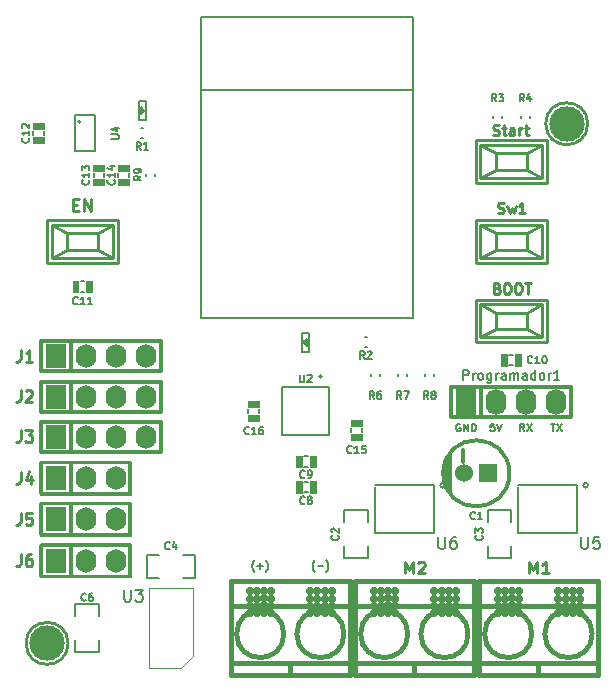
<source format=gbr>
%TF.GenerationSoftware,KiCad,Pcbnew,7.0.1*%
%TF.CreationDate,2023-08-30T02:05:44-03:00*%
%TF.ProjectId,RobotLaberinto_PCB,526f626f-744c-4616-9265-72696e746f5f,rev?*%
%TF.SameCoordinates,Original*%
%TF.FileFunction,Legend,Top*%
%TF.FilePolarity,Positive*%
%FSLAX46Y46*%
G04 Gerber Fmt 4.6, Leading zero omitted, Abs format (unit mm)*
G04 Created by KiCad (PCBNEW 7.0.1) date 2023-08-30 02:05:44*
%MOMM*%
%LPD*%
G01*
G04 APERTURE LIST*
%ADD10C,0.225000*%
%ADD11C,0.160000*%
%ADD12C,0.150000*%
%ADD13C,0.250000*%
%ADD14C,0.200000*%
%ADD15C,0.127000*%
%ADD16C,0.254000*%
%ADD17C,0.100000*%
%ADD18C,0.010000*%
%ADD19C,0.381000*%
%ADD20C,0.304800*%
%ADD21C,0.300000*%
%ADD22C,2.999740*%
%ADD23C,0.700000*%
%ADD24R,1.750000X2.000000*%
%ADD25O,1.750000X2.000000*%
%ADD26R,1.524000X1.524000*%
%ADD27C,1.524000*%
%ADD28R,1.750000X2.200000*%
%ADD29O,1.750000X2.200000*%
G04 APERTURE END LIST*
D10*
X151114285Y-96918428D02*
X151242857Y-96961285D01*
X151242857Y-96961285D02*
X151285714Y-97004142D01*
X151285714Y-97004142D02*
X151328571Y-97089857D01*
X151328571Y-97089857D02*
X151328571Y-97218428D01*
X151328571Y-97218428D02*
X151285714Y-97304142D01*
X151285714Y-97304142D02*
X151242857Y-97347000D01*
X151242857Y-97347000D02*
X151157142Y-97389857D01*
X151157142Y-97389857D02*
X150814285Y-97389857D01*
X150814285Y-97389857D02*
X150814285Y-96489857D01*
X150814285Y-96489857D02*
X151114285Y-96489857D01*
X151114285Y-96489857D02*
X151200000Y-96532714D01*
X151200000Y-96532714D02*
X151242857Y-96575571D01*
X151242857Y-96575571D02*
X151285714Y-96661285D01*
X151285714Y-96661285D02*
X151285714Y-96747000D01*
X151285714Y-96747000D02*
X151242857Y-96832714D01*
X151242857Y-96832714D02*
X151200000Y-96875571D01*
X151200000Y-96875571D02*
X151114285Y-96918428D01*
X151114285Y-96918428D02*
X150814285Y-96918428D01*
X151885714Y-96489857D02*
X152057142Y-96489857D01*
X152057142Y-96489857D02*
X152142857Y-96532714D01*
X152142857Y-96532714D02*
X152228571Y-96618428D01*
X152228571Y-96618428D02*
X152271428Y-96789857D01*
X152271428Y-96789857D02*
X152271428Y-97089857D01*
X152271428Y-97089857D02*
X152228571Y-97261285D01*
X152228571Y-97261285D02*
X152142857Y-97347000D01*
X152142857Y-97347000D02*
X152057142Y-97389857D01*
X152057142Y-97389857D02*
X151885714Y-97389857D01*
X151885714Y-97389857D02*
X151800000Y-97347000D01*
X151800000Y-97347000D02*
X151714285Y-97261285D01*
X151714285Y-97261285D02*
X151671428Y-97089857D01*
X151671428Y-97089857D02*
X151671428Y-96789857D01*
X151671428Y-96789857D02*
X151714285Y-96618428D01*
X151714285Y-96618428D02*
X151800000Y-96532714D01*
X151800000Y-96532714D02*
X151885714Y-96489857D01*
X152828571Y-96489857D02*
X152999999Y-96489857D01*
X152999999Y-96489857D02*
X153085714Y-96532714D01*
X153085714Y-96532714D02*
X153171428Y-96618428D01*
X153171428Y-96618428D02*
X153214285Y-96789857D01*
X153214285Y-96789857D02*
X153214285Y-97089857D01*
X153214285Y-97089857D02*
X153171428Y-97261285D01*
X153171428Y-97261285D02*
X153085714Y-97347000D01*
X153085714Y-97347000D02*
X152999999Y-97389857D01*
X152999999Y-97389857D02*
X152828571Y-97389857D01*
X152828571Y-97389857D02*
X152742857Y-97347000D01*
X152742857Y-97347000D02*
X152657142Y-97261285D01*
X152657142Y-97261285D02*
X152614285Y-97089857D01*
X152614285Y-97089857D02*
X152614285Y-96789857D01*
X152614285Y-96789857D02*
X152657142Y-96618428D01*
X152657142Y-96618428D02*
X152742857Y-96532714D01*
X152742857Y-96532714D02*
X152828571Y-96489857D01*
X153471428Y-96489857D02*
X153985714Y-96489857D01*
X153728571Y-97389857D02*
X153728571Y-96489857D01*
D11*
X135662381Y-120939885D02*
X135631904Y-120909409D01*
X135631904Y-120909409D02*
X135570952Y-120817980D01*
X135570952Y-120817980D02*
X135540476Y-120757028D01*
X135540476Y-120757028D02*
X135510000Y-120665600D01*
X135510000Y-120665600D02*
X135479523Y-120513219D01*
X135479523Y-120513219D02*
X135479523Y-120391314D01*
X135479523Y-120391314D02*
X135510000Y-120238933D01*
X135510000Y-120238933D02*
X135540476Y-120147504D01*
X135540476Y-120147504D02*
X135570952Y-120086552D01*
X135570952Y-120086552D02*
X135631904Y-119995123D01*
X135631904Y-119995123D02*
X135662381Y-119964647D01*
X135906190Y-120452266D02*
X136393810Y-120452266D01*
X136637619Y-120939885D02*
X136668095Y-120909409D01*
X136668095Y-120909409D02*
X136729048Y-120817980D01*
X136729048Y-120817980D02*
X136759524Y-120757028D01*
X136759524Y-120757028D02*
X136790000Y-120665600D01*
X136790000Y-120665600D02*
X136820476Y-120513219D01*
X136820476Y-120513219D02*
X136820476Y-120391314D01*
X136820476Y-120391314D02*
X136790000Y-120238933D01*
X136790000Y-120238933D02*
X136759524Y-120147504D01*
X136759524Y-120147504D02*
X136729048Y-120086552D01*
X136729048Y-120086552D02*
X136668095Y-119995123D01*
X136668095Y-119995123D02*
X136637619Y-119964647D01*
D12*
X155660952Y-108381676D02*
X156026666Y-108381676D01*
X155843809Y-109021676D02*
X155843809Y-108381676D01*
X156179047Y-108381676D02*
X156605714Y-109021676D01*
X156605714Y-108381676D02*
X156179047Y-109021676D01*
D11*
X130562381Y-120939885D02*
X130531904Y-120909409D01*
X130531904Y-120909409D02*
X130470952Y-120817980D01*
X130470952Y-120817980D02*
X130440476Y-120757028D01*
X130440476Y-120757028D02*
X130410000Y-120665600D01*
X130410000Y-120665600D02*
X130379523Y-120513219D01*
X130379523Y-120513219D02*
X130379523Y-120391314D01*
X130379523Y-120391314D02*
X130410000Y-120238933D01*
X130410000Y-120238933D02*
X130440476Y-120147504D01*
X130440476Y-120147504D02*
X130470952Y-120086552D01*
X130470952Y-120086552D02*
X130531904Y-119995123D01*
X130531904Y-119995123D02*
X130562381Y-119964647D01*
X130806190Y-120452266D02*
X131293810Y-120452266D01*
X131050000Y-120696076D02*
X131050000Y-120208457D01*
X131537619Y-120939885D02*
X131568095Y-120909409D01*
X131568095Y-120909409D02*
X131629048Y-120817980D01*
X131629048Y-120817980D02*
X131659524Y-120757028D01*
X131659524Y-120757028D02*
X131690000Y-120665600D01*
X131690000Y-120665600D02*
X131720476Y-120513219D01*
X131720476Y-120513219D02*
X131720476Y-120391314D01*
X131720476Y-120391314D02*
X131690000Y-120238933D01*
X131690000Y-120238933D02*
X131659524Y-120147504D01*
X131659524Y-120147504D02*
X131629048Y-120086552D01*
X131629048Y-120086552D02*
X131568095Y-119995123D01*
X131568095Y-119995123D02*
X131537619Y-119964647D01*
D13*
X115238095Y-89853809D02*
X115571428Y-89853809D01*
X115714285Y-90377619D02*
X115238095Y-90377619D01*
X115238095Y-90377619D02*
X115238095Y-89377619D01*
X115238095Y-89377619D02*
X115714285Y-89377619D01*
X116142857Y-90377619D02*
X116142857Y-89377619D01*
X116142857Y-89377619D02*
X116714285Y-90377619D01*
X116714285Y-90377619D02*
X116714285Y-89377619D01*
D12*
X147987619Y-108412152D02*
X147926666Y-108381676D01*
X147926666Y-108381676D02*
X147835238Y-108381676D01*
X147835238Y-108381676D02*
X147743809Y-108412152D01*
X147743809Y-108412152D02*
X147682857Y-108473104D01*
X147682857Y-108473104D02*
X147652380Y-108534057D01*
X147652380Y-108534057D02*
X147621904Y-108655961D01*
X147621904Y-108655961D02*
X147621904Y-108747390D01*
X147621904Y-108747390D02*
X147652380Y-108869295D01*
X147652380Y-108869295D02*
X147682857Y-108930247D01*
X147682857Y-108930247D02*
X147743809Y-108991200D01*
X147743809Y-108991200D02*
X147835238Y-109021676D01*
X147835238Y-109021676D02*
X147896190Y-109021676D01*
X147896190Y-109021676D02*
X147987619Y-108991200D01*
X147987619Y-108991200D02*
X148018095Y-108960723D01*
X148018095Y-108960723D02*
X148018095Y-108747390D01*
X148018095Y-108747390D02*
X147896190Y-108747390D01*
X148292380Y-109021676D02*
X148292380Y-108381676D01*
X148292380Y-108381676D02*
X148658095Y-109021676D01*
X148658095Y-109021676D02*
X148658095Y-108381676D01*
X148962856Y-109021676D02*
X148962856Y-108381676D01*
X148962856Y-108381676D02*
X149115237Y-108381676D01*
X149115237Y-108381676D02*
X149206666Y-108412152D01*
X149206666Y-108412152D02*
X149267618Y-108473104D01*
X149267618Y-108473104D02*
X149298095Y-108534057D01*
X149298095Y-108534057D02*
X149328571Y-108655961D01*
X149328571Y-108655961D02*
X149328571Y-108747390D01*
X149328571Y-108747390D02*
X149298095Y-108869295D01*
X149298095Y-108869295D02*
X149267618Y-108930247D01*
X149267618Y-108930247D02*
X149206666Y-108991200D01*
X149206666Y-108991200D02*
X149115237Y-109021676D01*
X149115237Y-109021676D02*
X148962856Y-109021676D01*
D13*
X143338095Y-121077619D02*
X143338095Y-120077619D01*
X143338095Y-120077619D02*
X143671428Y-120791904D01*
X143671428Y-120791904D02*
X144004761Y-120077619D01*
X144004761Y-120077619D02*
X144004761Y-121077619D01*
X144433333Y-120172857D02*
X144480952Y-120125238D01*
X144480952Y-120125238D02*
X144576190Y-120077619D01*
X144576190Y-120077619D02*
X144814285Y-120077619D01*
X144814285Y-120077619D02*
X144909523Y-120125238D01*
X144909523Y-120125238D02*
X144957142Y-120172857D01*
X144957142Y-120172857D02*
X145004761Y-120268095D01*
X145004761Y-120268095D02*
X145004761Y-120363333D01*
X145004761Y-120363333D02*
X144957142Y-120506190D01*
X144957142Y-120506190D02*
X144385714Y-121077619D01*
X144385714Y-121077619D02*
X145004761Y-121077619D01*
D10*
X151171428Y-90547000D02*
X151300000Y-90589857D01*
X151300000Y-90589857D02*
X151514285Y-90589857D01*
X151514285Y-90589857D02*
X151600000Y-90547000D01*
X151600000Y-90547000D02*
X151642857Y-90504142D01*
X151642857Y-90504142D02*
X151685714Y-90418428D01*
X151685714Y-90418428D02*
X151685714Y-90332714D01*
X151685714Y-90332714D02*
X151642857Y-90247000D01*
X151642857Y-90247000D02*
X151600000Y-90204142D01*
X151600000Y-90204142D02*
X151514285Y-90161285D01*
X151514285Y-90161285D02*
X151342857Y-90118428D01*
X151342857Y-90118428D02*
X151257142Y-90075571D01*
X151257142Y-90075571D02*
X151214285Y-90032714D01*
X151214285Y-90032714D02*
X151171428Y-89947000D01*
X151171428Y-89947000D02*
X151171428Y-89861285D01*
X151171428Y-89861285D02*
X151214285Y-89775571D01*
X151214285Y-89775571D02*
X151257142Y-89732714D01*
X151257142Y-89732714D02*
X151342857Y-89689857D01*
X151342857Y-89689857D02*
X151557142Y-89689857D01*
X151557142Y-89689857D02*
X151685714Y-89732714D01*
X151985714Y-89989857D02*
X152157143Y-90589857D01*
X152157143Y-90589857D02*
X152328571Y-90161285D01*
X152328571Y-90161285D02*
X152500000Y-90589857D01*
X152500000Y-90589857D02*
X152671428Y-89989857D01*
X153485714Y-90589857D02*
X152971428Y-90589857D01*
X153228571Y-90589857D02*
X153228571Y-89689857D01*
X153228571Y-89689857D02*
X153142857Y-89818428D01*
X153142857Y-89818428D02*
X153057142Y-89904142D01*
X153057142Y-89904142D02*
X152971428Y-89947000D01*
D13*
X153838095Y-121077619D02*
X153838095Y-120077619D01*
X153838095Y-120077619D02*
X154171428Y-120791904D01*
X154171428Y-120791904D02*
X154504761Y-120077619D01*
X154504761Y-120077619D02*
X154504761Y-121077619D01*
X155504761Y-121077619D02*
X154933333Y-121077619D01*
X155219047Y-121077619D02*
X155219047Y-120077619D01*
X155219047Y-120077619D02*
X155123809Y-120220476D01*
X155123809Y-120220476D02*
X155028571Y-120315714D01*
X155028571Y-120315714D02*
X154933333Y-120363333D01*
D10*
X150771428Y-83947000D02*
X150900000Y-83989857D01*
X150900000Y-83989857D02*
X151114285Y-83989857D01*
X151114285Y-83989857D02*
X151200000Y-83947000D01*
X151200000Y-83947000D02*
X151242857Y-83904142D01*
X151242857Y-83904142D02*
X151285714Y-83818428D01*
X151285714Y-83818428D02*
X151285714Y-83732714D01*
X151285714Y-83732714D02*
X151242857Y-83647000D01*
X151242857Y-83647000D02*
X151200000Y-83604142D01*
X151200000Y-83604142D02*
X151114285Y-83561285D01*
X151114285Y-83561285D02*
X150942857Y-83518428D01*
X150942857Y-83518428D02*
X150857142Y-83475571D01*
X150857142Y-83475571D02*
X150814285Y-83432714D01*
X150814285Y-83432714D02*
X150771428Y-83347000D01*
X150771428Y-83347000D02*
X150771428Y-83261285D01*
X150771428Y-83261285D02*
X150814285Y-83175571D01*
X150814285Y-83175571D02*
X150857142Y-83132714D01*
X150857142Y-83132714D02*
X150942857Y-83089857D01*
X150942857Y-83089857D02*
X151157142Y-83089857D01*
X151157142Y-83089857D02*
X151285714Y-83132714D01*
X151542857Y-83389857D02*
X151885714Y-83389857D01*
X151671428Y-83089857D02*
X151671428Y-83861285D01*
X151671428Y-83861285D02*
X151714285Y-83947000D01*
X151714285Y-83947000D02*
X151800000Y-83989857D01*
X151800000Y-83989857D02*
X151885714Y-83989857D01*
X152571429Y-83989857D02*
X152571429Y-83518428D01*
X152571429Y-83518428D02*
X152528571Y-83432714D01*
X152528571Y-83432714D02*
X152442857Y-83389857D01*
X152442857Y-83389857D02*
X152271429Y-83389857D01*
X152271429Y-83389857D02*
X152185714Y-83432714D01*
X152571429Y-83947000D02*
X152485714Y-83989857D01*
X152485714Y-83989857D02*
X152271429Y-83989857D01*
X152271429Y-83989857D02*
X152185714Y-83947000D01*
X152185714Y-83947000D02*
X152142857Y-83861285D01*
X152142857Y-83861285D02*
X152142857Y-83775571D01*
X152142857Y-83775571D02*
X152185714Y-83689857D01*
X152185714Y-83689857D02*
X152271429Y-83647000D01*
X152271429Y-83647000D02*
X152485714Y-83647000D01*
X152485714Y-83647000D02*
X152571429Y-83604142D01*
X153000000Y-83989857D02*
X153000000Y-83389857D01*
X153000000Y-83561285D02*
X153042857Y-83475571D01*
X153042857Y-83475571D02*
X153085715Y-83432714D01*
X153085715Y-83432714D02*
X153171429Y-83389857D01*
X153171429Y-83389857D02*
X153257143Y-83389857D01*
X153428572Y-83389857D02*
X153771429Y-83389857D01*
X153557143Y-83089857D02*
X153557143Y-83861285D01*
X153557143Y-83861285D02*
X153600000Y-83947000D01*
X153600000Y-83947000D02*
X153685715Y-83989857D01*
X153685715Y-83989857D02*
X153771429Y-83989857D01*
D12*
X153418095Y-109021676D02*
X153204761Y-108716914D01*
X153052380Y-109021676D02*
X153052380Y-108381676D01*
X153052380Y-108381676D02*
X153296190Y-108381676D01*
X153296190Y-108381676D02*
X153357142Y-108412152D01*
X153357142Y-108412152D02*
X153387619Y-108442628D01*
X153387619Y-108442628D02*
X153418095Y-108503580D01*
X153418095Y-108503580D02*
X153418095Y-108595009D01*
X153418095Y-108595009D02*
X153387619Y-108655961D01*
X153387619Y-108655961D02*
X153357142Y-108686438D01*
X153357142Y-108686438D02*
X153296190Y-108716914D01*
X153296190Y-108716914D02*
X153052380Y-108716914D01*
X153631428Y-108381676D02*
X154058095Y-109021676D01*
X154058095Y-108381676D02*
X153631428Y-109021676D01*
X150857142Y-108381676D02*
X150552380Y-108381676D01*
X150552380Y-108381676D02*
X150521904Y-108686438D01*
X150521904Y-108686438D02*
X150552380Y-108655961D01*
X150552380Y-108655961D02*
X150613333Y-108625485D01*
X150613333Y-108625485D02*
X150765714Y-108625485D01*
X150765714Y-108625485D02*
X150826666Y-108655961D01*
X150826666Y-108655961D02*
X150857142Y-108686438D01*
X150857142Y-108686438D02*
X150887619Y-108747390D01*
X150887619Y-108747390D02*
X150887619Y-108899771D01*
X150887619Y-108899771D02*
X150857142Y-108960723D01*
X150857142Y-108960723D02*
X150826666Y-108991200D01*
X150826666Y-108991200D02*
X150765714Y-109021676D01*
X150765714Y-109021676D02*
X150613333Y-109021676D01*
X150613333Y-109021676D02*
X150552380Y-108991200D01*
X150552380Y-108991200D02*
X150521904Y-108960723D01*
X151070476Y-108381676D02*
X151283809Y-109021676D01*
X151283809Y-109021676D02*
X151497143Y-108381676D01*
%TO.C,C6*%
X116293333Y-123335123D02*
X116262857Y-123365600D01*
X116262857Y-123365600D02*
X116171428Y-123396076D01*
X116171428Y-123396076D02*
X116110476Y-123396076D01*
X116110476Y-123396076D02*
X116019047Y-123365600D01*
X116019047Y-123365600D02*
X115958095Y-123304647D01*
X115958095Y-123304647D02*
X115927618Y-123243695D01*
X115927618Y-123243695D02*
X115897142Y-123121790D01*
X115897142Y-123121790D02*
X115897142Y-123030361D01*
X115897142Y-123030361D02*
X115927618Y-122908457D01*
X115927618Y-122908457D02*
X115958095Y-122847504D01*
X115958095Y-122847504D02*
X116019047Y-122786552D01*
X116019047Y-122786552D02*
X116110476Y-122756076D01*
X116110476Y-122756076D02*
X116171428Y-122756076D01*
X116171428Y-122756076D02*
X116262857Y-122786552D01*
X116262857Y-122786552D02*
X116293333Y-122817028D01*
X116841904Y-122756076D02*
X116719999Y-122756076D01*
X116719999Y-122756076D02*
X116659047Y-122786552D01*
X116659047Y-122786552D02*
X116628571Y-122817028D01*
X116628571Y-122817028D02*
X116567618Y-122908457D01*
X116567618Y-122908457D02*
X116537142Y-123030361D01*
X116537142Y-123030361D02*
X116537142Y-123274171D01*
X116537142Y-123274171D02*
X116567618Y-123335123D01*
X116567618Y-123335123D02*
X116598095Y-123365600D01*
X116598095Y-123365600D02*
X116659047Y-123396076D01*
X116659047Y-123396076D02*
X116780952Y-123396076D01*
X116780952Y-123396076D02*
X116841904Y-123365600D01*
X116841904Y-123365600D02*
X116872380Y-123335123D01*
X116872380Y-123335123D02*
X116902857Y-123274171D01*
X116902857Y-123274171D02*
X116902857Y-123121790D01*
X116902857Y-123121790D02*
X116872380Y-123060838D01*
X116872380Y-123060838D02*
X116841904Y-123030361D01*
X116841904Y-123030361D02*
X116780952Y-122999885D01*
X116780952Y-122999885D02*
X116659047Y-122999885D01*
X116659047Y-122999885D02*
X116598095Y-123030361D01*
X116598095Y-123030361D02*
X116567618Y-123060838D01*
X116567618Y-123060838D02*
X116537142Y-123121790D01*
%TO.C,C2*%
X137635123Y-117853266D02*
X137665600Y-117883742D01*
X137665600Y-117883742D02*
X137696076Y-117975171D01*
X137696076Y-117975171D02*
X137696076Y-118036123D01*
X137696076Y-118036123D02*
X137665600Y-118127552D01*
X137665600Y-118127552D02*
X137604647Y-118188504D01*
X137604647Y-118188504D02*
X137543695Y-118218981D01*
X137543695Y-118218981D02*
X137421790Y-118249457D01*
X137421790Y-118249457D02*
X137330361Y-118249457D01*
X137330361Y-118249457D02*
X137208457Y-118218981D01*
X137208457Y-118218981D02*
X137147504Y-118188504D01*
X137147504Y-118188504D02*
X137086552Y-118127552D01*
X137086552Y-118127552D02*
X137056076Y-118036123D01*
X137056076Y-118036123D02*
X137056076Y-117975171D01*
X137056076Y-117975171D02*
X137086552Y-117883742D01*
X137086552Y-117883742D02*
X137117028Y-117853266D01*
X137117028Y-117609457D02*
X137086552Y-117578981D01*
X137086552Y-117578981D02*
X137056076Y-117518028D01*
X137056076Y-117518028D02*
X137056076Y-117365647D01*
X137056076Y-117365647D02*
X137086552Y-117304695D01*
X137086552Y-117304695D02*
X137117028Y-117274219D01*
X137117028Y-117274219D02*
X137177980Y-117243742D01*
X137177980Y-117243742D02*
X137238933Y-117243742D01*
X137238933Y-117243742D02*
X137330361Y-117274219D01*
X137330361Y-117274219D02*
X137696076Y-117639933D01*
X137696076Y-117639933D02*
X137696076Y-117243742D01*
%TO.C,U3*%
X119538095Y-122462619D02*
X119538095Y-123272142D01*
X119538095Y-123272142D02*
X119585714Y-123367380D01*
X119585714Y-123367380D02*
X119633333Y-123415000D01*
X119633333Y-123415000D02*
X119728571Y-123462619D01*
X119728571Y-123462619D02*
X119919047Y-123462619D01*
X119919047Y-123462619D02*
X120014285Y-123415000D01*
X120014285Y-123415000D02*
X120061904Y-123367380D01*
X120061904Y-123367380D02*
X120109523Y-123272142D01*
X120109523Y-123272142D02*
X120109523Y-122462619D01*
X120490476Y-122462619D02*
X121109523Y-122462619D01*
X121109523Y-122462619D02*
X120776190Y-122843571D01*
X120776190Y-122843571D02*
X120919047Y-122843571D01*
X120919047Y-122843571D02*
X121014285Y-122891190D01*
X121014285Y-122891190D02*
X121061904Y-122938809D01*
X121061904Y-122938809D02*
X121109523Y-123034047D01*
X121109523Y-123034047D02*
X121109523Y-123272142D01*
X121109523Y-123272142D02*
X121061904Y-123367380D01*
X121061904Y-123367380D02*
X121014285Y-123415000D01*
X121014285Y-123415000D02*
X120919047Y-123462619D01*
X120919047Y-123462619D02*
X120633333Y-123462619D01*
X120633333Y-123462619D02*
X120538095Y-123415000D01*
X120538095Y-123415000D02*
X120490476Y-123367380D01*
%TO.C,R9*%
X120996076Y-87426666D02*
X120691314Y-87640000D01*
X120996076Y-87792381D02*
X120356076Y-87792381D01*
X120356076Y-87792381D02*
X120356076Y-87548571D01*
X120356076Y-87548571D02*
X120386552Y-87487619D01*
X120386552Y-87487619D02*
X120417028Y-87457142D01*
X120417028Y-87457142D02*
X120477980Y-87426666D01*
X120477980Y-87426666D02*
X120569409Y-87426666D01*
X120569409Y-87426666D02*
X120630361Y-87457142D01*
X120630361Y-87457142D02*
X120660838Y-87487619D01*
X120660838Y-87487619D02*
X120691314Y-87548571D01*
X120691314Y-87548571D02*
X120691314Y-87792381D01*
X120996076Y-87121904D02*
X120996076Y-87000000D01*
X120996076Y-87000000D02*
X120965600Y-86939047D01*
X120965600Y-86939047D02*
X120935123Y-86908571D01*
X120935123Y-86908571D02*
X120843695Y-86847619D01*
X120843695Y-86847619D02*
X120721790Y-86817142D01*
X120721790Y-86817142D02*
X120477980Y-86817142D01*
X120477980Y-86817142D02*
X120417028Y-86847619D01*
X120417028Y-86847619D02*
X120386552Y-86878095D01*
X120386552Y-86878095D02*
X120356076Y-86939047D01*
X120356076Y-86939047D02*
X120356076Y-87060952D01*
X120356076Y-87060952D02*
X120386552Y-87121904D01*
X120386552Y-87121904D02*
X120417028Y-87152381D01*
X120417028Y-87152381D02*
X120477980Y-87182857D01*
X120477980Y-87182857D02*
X120630361Y-87182857D01*
X120630361Y-87182857D02*
X120691314Y-87152381D01*
X120691314Y-87152381D02*
X120721790Y-87121904D01*
X120721790Y-87121904D02*
X120752266Y-87060952D01*
X120752266Y-87060952D02*
X120752266Y-86939047D01*
X120752266Y-86939047D02*
X120721790Y-86878095D01*
X120721790Y-86878095D02*
X120691314Y-86847619D01*
X120691314Y-86847619D02*
X120630361Y-86817142D01*
%TO.C,C16*%
X130088571Y-109235123D02*
X130058095Y-109265600D01*
X130058095Y-109265600D02*
X129966666Y-109296076D01*
X129966666Y-109296076D02*
X129905714Y-109296076D01*
X129905714Y-109296076D02*
X129814285Y-109265600D01*
X129814285Y-109265600D02*
X129753333Y-109204647D01*
X129753333Y-109204647D02*
X129722856Y-109143695D01*
X129722856Y-109143695D02*
X129692380Y-109021790D01*
X129692380Y-109021790D02*
X129692380Y-108930361D01*
X129692380Y-108930361D02*
X129722856Y-108808457D01*
X129722856Y-108808457D02*
X129753333Y-108747504D01*
X129753333Y-108747504D02*
X129814285Y-108686552D01*
X129814285Y-108686552D02*
X129905714Y-108656076D01*
X129905714Y-108656076D02*
X129966666Y-108656076D01*
X129966666Y-108656076D02*
X130058095Y-108686552D01*
X130058095Y-108686552D02*
X130088571Y-108717028D01*
X130698095Y-109296076D02*
X130332380Y-109296076D01*
X130515237Y-109296076D02*
X130515237Y-108656076D01*
X130515237Y-108656076D02*
X130454285Y-108747504D01*
X130454285Y-108747504D02*
X130393333Y-108808457D01*
X130393333Y-108808457D02*
X130332380Y-108838933D01*
X131246666Y-108656076D02*
X131124761Y-108656076D01*
X131124761Y-108656076D02*
X131063809Y-108686552D01*
X131063809Y-108686552D02*
X131033333Y-108717028D01*
X131033333Y-108717028D02*
X130972380Y-108808457D01*
X130972380Y-108808457D02*
X130941904Y-108930361D01*
X130941904Y-108930361D02*
X130941904Y-109174171D01*
X130941904Y-109174171D02*
X130972380Y-109235123D01*
X130972380Y-109235123D02*
X131002857Y-109265600D01*
X131002857Y-109265600D02*
X131063809Y-109296076D01*
X131063809Y-109296076D02*
X131185714Y-109296076D01*
X131185714Y-109296076D02*
X131246666Y-109265600D01*
X131246666Y-109265600D02*
X131277142Y-109235123D01*
X131277142Y-109235123D02*
X131307619Y-109174171D01*
X131307619Y-109174171D02*
X131307619Y-109021790D01*
X131307619Y-109021790D02*
X131277142Y-108960838D01*
X131277142Y-108960838D02*
X131246666Y-108930361D01*
X131246666Y-108930361D02*
X131185714Y-108899885D01*
X131185714Y-108899885D02*
X131063809Y-108899885D01*
X131063809Y-108899885D02*
X131002857Y-108930361D01*
X131002857Y-108930361D02*
X130972380Y-108960838D01*
X130972380Y-108960838D02*
X130941904Y-109021790D01*
%TO.C,C14*%
X118695123Y-87761428D02*
X118725600Y-87791904D01*
X118725600Y-87791904D02*
X118756076Y-87883333D01*
X118756076Y-87883333D02*
X118756076Y-87944285D01*
X118756076Y-87944285D02*
X118725600Y-88035714D01*
X118725600Y-88035714D02*
X118664647Y-88096666D01*
X118664647Y-88096666D02*
X118603695Y-88127143D01*
X118603695Y-88127143D02*
X118481790Y-88157619D01*
X118481790Y-88157619D02*
X118390361Y-88157619D01*
X118390361Y-88157619D02*
X118268457Y-88127143D01*
X118268457Y-88127143D02*
X118207504Y-88096666D01*
X118207504Y-88096666D02*
X118146552Y-88035714D01*
X118146552Y-88035714D02*
X118116076Y-87944285D01*
X118116076Y-87944285D02*
X118116076Y-87883333D01*
X118116076Y-87883333D02*
X118146552Y-87791904D01*
X118146552Y-87791904D02*
X118177028Y-87761428D01*
X118756076Y-87151904D02*
X118756076Y-87517619D01*
X118756076Y-87334762D02*
X118116076Y-87334762D01*
X118116076Y-87334762D02*
X118207504Y-87395714D01*
X118207504Y-87395714D02*
X118268457Y-87456666D01*
X118268457Y-87456666D02*
X118298933Y-87517619D01*
X118329409Y-86603333D02*
X118756076Y-86603333D01*
X118085600Y-86755714D02*
X118542742Y-86908095D01*
X118542742Y-86908095D02*
X118542742Y-86511904D01*
%TO.C,C4*%
X123383333Y-118975123D02*
X123352857Y-119005600D01*
X123352857Y-119005600D02*
X123261428Y-119036076D01*
X123261428Y-119036076D02*
X123200476Y-119036076D01*
X123200476Y-119036076D02*
X123109047Y-119005600D01*
X123109047Y-119005600D02*
X123048095Y-118944647D01*
X123048095Y-118944647D02*
X123017618Y-118883695D01*
X123017618Y-118883695D02*
X122987142Y-118761790D01*
X122987142Y-118761790D02*
X122987142Y-118670361D01*
X122987142Y-118670361D02*
X123017618Y-118548457D01*
X123017618Y-118548457D02*
X123048095Y-118487504D01*
X123048095Y-118487504D02*
X123109047Y-118426552D01*
X123109047Y-118426552D02*
X123200476Y-118396076D01*
X123200476Y-118396076D02*
X123261428Y-118396076D01*
X123261428Y-118396076D02*
X123352857Y-118426552D01*
X123352857Y-118426552D02*
X123383333Y-118457028D01*
X123931904Y-118609409D02*
X123931904Y-119036076D01*
X123779523Y-118365600D02*
X123627142Y-118822742D01*
X123627142Y-118822742D02*
X124023333Y-118822742D01*
%TO.C,C10*%
X154088571Y-103235123D02*
X154058095Y-103265600D01*
X154058095Y-103265600D02*
X153966666Y-103296076D01*
X153966666Y-103296076D02*
X153905714Y-103296076D01*
X153905714Y-103296076D02*
X153814285Y-103265600D01*
X153814285Y-103265600D02*
X153753333Y-103204647D01*
X153753333Y-103204647D02*
X153722856Y-103143695D01*
X153722856Y-103143695D02*
X153692380Y-103021790D01*
X153692380Y-103021790D02*
X153692380Y-102930361D01*
X153692380Y-102930361D02*
X153722856Y-102808457D01*
X153722856Y-102808457D02*
X153753333Y-102747504D01*
X153753333Y-102747504D02*
X153814285Y-102686552D01*
X153814285Y-102686552D02*
X153905714Y-102656076D01*
X153905714Y-102656076D02*
X153966666Y-102656076D01*
X153966666Y-102656076D02*
X154058095Y-102686552D01*
X154058095Y-102686552D02*
X154088571Y-102717028D01*
X154698095Y-103296076D02*
X154332380Y-103296076D01*
X154515237Y-103296076D02*
X154515237Y-102656076D01*
X154515237Y-102656076D02*
X154454285Y-102747504D01*
X154454285Y-102747504D02*
X154393333Y-102808457D01*
X154393333Y-102808457D02*
X154332380Y-102838933D01*
X155094285Y-102656076D02*
X155155238Y-102656076D01*
X155155238Y-102656076D02*
X155216190Y-102686552D01*
X155216190Y-102686552D02*
X155246666Y-102717028D01*
X155246666Y-102717028D02*
X155277142Y-102777980D01*
X155277142Y-102777980D02*
X155307619Y-102899885D01*
X155307619Y-102899885D02*
X155307619Y-103052266D01*
X155307619Y-103052266D02*
X155277142Y-103174171D01*
X155277142Y-103174171D02*
X155246666Y-103235123D01*
X155246666Y-103235123D02*
X155216190Y-103265600D01*
X155216190Y-103265600D02*
X155155238Y-103296076D01*
X155155238Y-103296076D02*
X155094285Y-103296076D01*
X155094285Y-103296076D02*
X155033333Y-103265600D01*
X155033333Y-103265600D02*
X155002857Y-103235123D01*
X155002857Y-103235123D02*
X154972380Y-103174171D01*
X154972380Y-103174171D02*
X154941904Y-103052266D01*
X154941904Y-103052266D02*
X154941904Y-102899885D01*
X154941904Y-102899885D02*
X154972380Y-102777980D01*
X154972380Y-102777980D02*
X155002857Y-102717028D01*
X155002857Y-102717028D02*
X155033333Y-102686552D01*
X155033333Y-102686552D02*
X155094285Y-102656076D01*
%TO.C,C8*%
X134813333Y-115135123D02*
X134782857Y-115165600D01*
X134782857Y-115165600D02*
X134691428Y-115196076D01*
X134691428Y-115196076D02*
X134630476Y-115196076D01*
X134630476Y-115196076D02*
X134539047Y-115165600D01*
X134539047Y-115165600D02*
X134478095Y-115104647D01*
X134478095Y-115104647D02*
X134447618Y-115043695D01*
X134447618Y-115043695D02*
X134417142Y-114921790D01*
X134417142Y-114921790D02*
X134417142Y-114830361D01*
X134417142Y-114830361D02*
X134447618Y-114708457D01*
X134447618Y-114708457D02*
X134478095Y-114647504D01*
X134478095Y-114647504D02*
X134539047Y-114586552D01*
X134539047Y-114586552D02*
X134630476Y-114556076D01*
X134630476Y-114556076D02*
X134691428Y-114556076D01*
X134691428Y-114556076D02*
X134782857Y-114586552D01*
X134782857Y-114586552D02*
X134813333Y-114617028D01*
X135179047Y-114830361D02*
X135118095Y-114799885D01*
X135118095Y-114799885D02*
X135087618Y-114769409D01*
X135087618Y-114769409D02*
X135057142Y-114708457D01*
X135057142Y-114708457D02*
X135057142Y-114677980D01*
X135057142Y-114677980D02*
X135087618Y-114617028D01*
X135087618Y-114617028D02*
X135118095Y-114586552D01*
X135118095Y-114586552D02*
X135179047Y-114556076D01*
X135179047Y-114556076D02*
X135300952Y-114556076D01*
X135300952Y-114556076D02*
X135361904Y-114586552D01*
X135361904Y-114586552D02*
X135392380Y-114617028D01*
X135392380Y-114617028D02*
X135422857Y-114677980D01*
X135422857Y-114677980D02*
X135422857Y-114708457D01*
X135422857Y-114708457D02*
X135392380Y-114769409D01*
X135392380Y-114769409D02*
X135361904Y-114799885D01*
X135361904Y-114799885D02*
X135300952Y-114830361D01*
X135300952Y-114830361D02*
X135179047Y-114830361D01*
X135179047Y-114830361D02*
X135118095Y-114860838D01*
X135118095Y-114860838D02*
X135087618Y-114891314D01*
X135087618Y-114891314D02*
X135057142Y-114952266D01*
X135057142Y-114952266D02*
X135057142Y-115074171D01*
X135057142Y-115074171D02*
X135087618Y-115135123D01*
X135087618Y-115135123D02*
X135118095Y-115165600D01*
X135118095Y-115165600D02*
X135179047Y-115196076D01*
X135179047Y-115196076D02*
X135300952Y-115196076D01*
X135300952Y-115196076D02*
X135361904Y-115165600D01*
X135361904Y-115165600D02*
X135392380Y-115135123D01*
X135392380Y-115135123D02*
X135422857Y-115074171D01*
X135422857Y-115074171D02*
X135422857Y-114952266D01*
X135422857Y-114952266D02*
X135392380Y-114891314D01*
X135392380Y-114891314D02*
X135361904Y-114860838D01*
X135361904Y-114860838D02*
X135300952Y-114830361D01*
D13*
%TO.C,J3*%
X110766666Y-108962619D02*
X110766666Y-109676904D01*
X110766666Y-109676904D02*
X110719047Y-109819761D01*
X110719047Y-109819761D02*
X110623809Y-109915000D01*
X110623809Y-109915000D02*
X110480952Y-109962619D01*
X110480952Y-109962619D02*
X110385714Y-109962619D01*
X111147619Y-108962619D02*
X111766666Y-108962619D01*
X111766666Y-108962619D02*
X111433333Y-109343571D01*
X111433333Y-109343571D02*
X111576190Y-109343571D01*
X111576190Y-109343571D02*
X111671428Y-109391190D01*
X111671428Y-109391190D02*
X111719047Y-109438809D01*
X111719047Y-109438809D02*
X111766666Y-109534047D01*
X111766666Y-109534047D02*
X111766666Y-109772142D01*
X111766666Y-109772142D02*
X111719047Y-109867380D01*
X111719047Y-109867380D02*
X111671428Y-109915000D01*
X111671428Y-109915000D02*
X111576190Y-109962619D01*
X111576190Y-109962619D02*
X111290476Y-109962619D01*
X111290476Y-109962619D02*
X111195238Y-109915000D01*
X111195238Y-109915000D02*
X111147619Y-109867380D01*
D12*
%TO.C,R7*%
X142993333Y-106296076D02*
X142779999Y-105991314D01*
X142627618Y-106296076D02*
X142627618Y-105656076D01*
X142627618Y-105656076D02*
X142871428Y-105656076D01*
X142871428Y-105656076D02*
X142932380Y-105686552D01*
X142932380Y-105686552D02*
X142962857Y-105717028D01*
X142962857Y-105717028D02*
X142993333Y-105777980D01*
X142993333Y-105777980D02*
X142993333Y-105869409D01*
X142993333Y-105869409D02*
X142962857Y-105930361D01*
X142962857Y-105930361D02*
X142932380Y-105960838D01*
X142932380Y-105960838D02*
X142871428Y-105991314D01*
X142871428Y-105991314D02*
X142627618Y-105991314D01*
X143206666Y-105656076D02*
X143633333Y-105656076D01*
X143633333Y-105656076D02*
X143359047Y-106296076D01*
D14*
%TO.C,U6*%
X146133095Y-117989219D02*
X146133095Y-118798742D01*
X146133095Y-118798742D02*
X146180714Y-118893980D01*
X146180714Y-118893980D02*
X146228333Y-118941600D01*
X146228333Y-118941600D02*
X146323571Y-118989219D01*
X146323571Y-118989219D02*
X146514047Y-118989219D01*
X146514047Y-118989219D02*
X146609285Y-118941600D01*
X146609285Y-118941600D02*
X146656904Y-118893980D01*
X146656904Y-118893980D02*
X146704523Y-118798742D01*
X146704523Y-118798742D02*
X146704523Y-117989219D01*
X147609285Y-117989219D02*
X147418809Y-117989219D01*
X147418809Y-117989219D02*
X147323571Y-118036838D01*
X147323571Y-118036838D02*
X147275952Y-118084457D01*
X147275952Y-118084457D02*
X147180714Y-118227314D01*
X147180714Y-118227314D02*
X147133095Y-118417790D01*
X147133095Y-118417790D02*
X147133095Y-118798742D01*
X147133095Y-118798742D02*
X147180714Y-118893980D01*
X147180714Y-118893980D02*
X147228333Y-118941600D01*
X147228333Y-118941600D02*
X147323571Y-118989219D01*
X147323571Y-118989219D02*
X147514047Y-118989219D01*
X147514047Y-118989219D02*
X147609285Y-118941600D01*
X147609285Y-118941600D02*
X147656904Y-118893980D01*
X147656904Y-118893980D02*
X147704523Y-118798742D01*
X147704523Y-118798742D02*
X147704523Y-118560647D01*
X147704523Y-118560647D02*
X147656904Y-118465409D01*
X147656904Y-118465409D02*
X147609285Y-118417790D01*
X147609285Y-118417790D02*
X147514047Y-118370171D01*
X147514047Y-118370171D02*
X147323571Y-118370171D01*
X147323571Y-118370171D02*
X147228333Y-118417790D01*
X147228333Y-118417790D02*
X147180714Y-118465409D01*
X147180714Y-118465409D02*
X147133095Y-118560647D01*
D13*
%TO.C,J6*%
X110766666Y-119462619D02*
X110766666Y-120176904D01*
X110766666Y-120176904D02*
X110719047Y-120319761D01*
X110719047Y-120319761D02*
X110623809Y-120415000D01*
X110623809Y-120415000D02*
X110480952Y-120462619D01*
X110480952Y-120462619D02*
X110385714Y-120462619D01*
X111671428Y-119462619D02*
X111480952Y-119462619D01*
X111480952Y-119462619D02*
X111385714Y-119510238D01*
X111385714Y-119510238D02*
X111338095Y-119557857D01*
X111338095Y-119557857D02*
X111242857Y-119700714D01*
X111242857Y-119700714D02*
X111195238Y-119891190D01*
X111195238Y-119891190D02*
X111195238Y-120272142D01*
X111195238Y-120272142D02*
X111242857Y-120367380D01*
X111242857Y-120367380D02*
X111290476Y-120415000D01*
X111290476Y-120415000D02*
X111385714Y-120462619D01*
X111385714Y-120462619D02*
X111576190Y-120462619D01*
X111576190Y-120462619D02*
X111671428Y-120415000D01*
X111671428Y-120415000D02*
X111719047Y-120367380D01*
X111719047Y-120367380D02*
X111766666Y-120272142D01*
X111766666Y-120272142D02*
X111766666Y-120034047D01*
X111766666Y-120034047D02*
X111719047Y-119938809D01*
X111719047Y-119938809D02*
X111671428Y-119891190D01*
X111671428Y-119891190D02*
X111576190Y-119843571D01*
X111576190Y-119843571D02*
X111385714Y-119843571D01*
X111385714Y-119843571D02*
X111290476Y-119891190D01*
X111290476Y-119891190D02*
X111242857Y-119938809D01*
X111242857Y-119938809D02*
X111195238Y-120034047D01*
D12*
%TO.C,R8*%
X145293333Y-106296076D02*
X145079999Y-105991314D01*
X144927618Y-106296076D02*
X144927618Y-105656076D01*
X144927618Y-105656076D02*
X145171428Y-105656076D01*
X145171428Y-105656076D02*
X145232380Y-105686552D01*
X145232380Y-105686552D02*
X145262857Y-105717028D01*
X145262857Y-105717028D02*
X145293333Y-105777980D01*
X145293333Y-105777980D02*
X145293333Y-105869409D01*
X145293333Y-105869409D02*
X145262857Y-105930361D01*
X145262857Y-105930361D02*
X145232380Y-105960838D01*
X145232380Y-105960838D02*
X145171428Y-105991314D01*
X145171428Y-105991314D02*
X144927618Y-105991314D01*
X145659047Y-105930361D02*
X145598095Y-105899885D01*
X145598095Y-105899885D02*
X145567618Y-105869409D01*
X145567618Y-105869409D02*
X145537142Y-105808457D01*
X145537142Y-105808457D02*
X145537142Y-105777980D01*
X145537142Y-105777980D02*
X145567618Y-105717028D01*
X145567618Y-105717028D02*
X145598095Y-105686552D01*
X145598095Y-105686552D02*
X145659047Y-105656076D01*
X145659047Y-105656076D02*
X145780952Y-105656076D01*
X145780952Y-105656076D02*
X145841904Y-105686552D01*
X145841904Y-105686552D02*
X145872380Y-105717028D01*
X145872380Y-105717028D02*
X145902857Y-105777980D01*
X145902857Y-105777980D02*
X145902857Y-105808457D01*
X145902857Y-105808457D02*
X145872380Y-105869409D01*
X145872380Y-105869409D02*
X145841904Y-105899885D01*
X145841904Y-105899885D02*
X145780952Y-105930361D01*
X145780952Y-105930361D02*
X145659047Y-105930361D01*
X145659047Y-105930361D02*
X145598095Y-105960838D01*
X145598095Y-105960838D02*
X145567618Y-105991314D01*
X145567618Y-105991314D02*
X145537142Y-106052266D01*
X145537142Y-106052266D02*
X145537142Y-106174171D01*
X145537142Y-106174171D02*
X145567618Y-106235123D01*
X145567618Y-106235123D02*
X145598095Y-106265600D01*
X145598095Y-106265600D02*
X145659047Y-106296076D01*
X145659047Y-106296076D02*
X145780952Y-106296076D01*
X145780952Y-106296076D02*
X145841904Y-106265600D01*
X145841904Y-106265600D02*
X145872380Y-106235123D01*
X145872380Y-106235123D02*
X145902857Y-106174171D01*
X145902857Y-106174171D02*
X145902857Y-106052266D01*
X145902857Y-106052266D02*
X145872380Y-105991314D01*
X145872380Y-105991314D02*
X145841904Y-105960838D01*
X145841904Y-105960838D02*
X145780952Y-105930361D01*
%TO.C,C12*%
X111435123Y-84201428D02*
X111465600Y-84231904D01*
X111465600Y-84231904D02*
X111496076Y-84323333D01*
X111496076Y-84323333D02*
X111496076Y-84384285D01*
X111496076Y-84384285D02*
X111465600Y-84475714D01*
X111465600Y-84475714D02*
X111404647Y-84536666D01*
X111404647Y-84536666D02*
X111343695Y-84567143D01*
X111343695Y-84567143D02*
X111221790Y-84597619D01*
X111221790Y-84597619D02*
X111130361Y-84597619D01*
X111130361Y-84597619D02*
X111008457Y-84567143D01*
X111008457Y-84567143D02*
X110947504Y-84536666D01*
X110947504Y-84536666D02*
X110886552Y-84475714D01*
X110886552Y-84475714D02*
X110856076Y-84384285D01*
X110856076Y-84384285D02*
X110856076Y-84323333D01*
X110856076Y-84323333D02*
X110886552Y-84231904D01*
X110886552Y-84231904D02*
X110917028Y-84201428D01*
X111496076Y-83591904D02*
X111496076Y-83957619D01*
X111496076Y-83774762D02*
X110856076Y-83774762D01*
X110856076Y-83774762D02*
X110947504Y-83835714D01*
X110947504Y-83835714D02*
X111008457Y-83896666D01*
X111008457Y-83896666D02*
X111038933Y-83957619D01*
X110917028Y-83348095D02*
X110886552Y-83317619D01*
X110886552Y-83317619D02*
X110856076Y-83256666D01*
X110856076Y-83256666D02*
X110856076Y-83104285D01*
X110856076Y-83104285D02*
X110886552Y-83043333D01*
X110886552Y-83043333D02*
X110917028Y-83012857D01*
X110917028Y-83012857D02*
X110977980Y-82982380D01*
X110977980Y-82982380D02*
X111038933Y-82982380D01*
X111038933Y-82982380D02*
X111130361Y-83012857D01*
X111130361Y-83012857D02*
X111496076Y-83378571D01*
X111496076Y-83378571D02*
X111496076Y-82982380D01*
%TO.C,C11*%
X115588571Y-98235123D02*
X115558095Y-98265600D01*
X115558095Y-98265600D02*
X115466666Y-98296076D01*
X115466666Y-98296076D02*
X115405714Y-98296076D01*
X115405714Y-98296076D02*
X115314285Y-98265600D01*
X115314285Y-98265600D02*
X115253333Y-98204647D01*
X115253333Y-98204647D02*
X115222856Y-98143695D01*
X115222856Y-98143695D02*
X115192380Y-98021790D01*
X115192380Y-98021790D02*
X115192380Y-97930361D01*
X115192380Y-97930361D02*
X115222856Y-97808457D01*
X115222856Y-97808457D02*
X115253333Y-97747504D01*
X115253333Y-97747504D02*
X115314285Y-97686552D01*
X115314285Y-97686552D02*
X115405714Y-97656076D01*
X115405714Y-97656076D02*
X115466666Y-97656076D01*
X115466666Y-97656076D02*
X115558095Y-97686552D01*
X115558095Y-97686552D02*
X115588571Y-97717028D01*
X116198095Y-98296076D02*
X115832380Y-98296076D01*
X116015237Y-98296076D02*
X116015237Y-97656076D01*
X116015237Y-97656076D02*
X115954285Y-97747504D01*
X115954285Y-97747504D02*
X115893333Y-97808457D01*
X115893333Y-97808457D02*
X115832380Y-97838933D01*
X116807619Y-98296076D02*
X116441904Y-98296076D01*
X116624761Y-98296076D02*
X116624761Y-97656076D01*
X116624761Y-97656076D02*
X116563809Y-97747504D01*
X116563809Y-97747504D02*
X116502857Y-97808457D01*
X116502857Y-97808457D02*
X116441904Y-97838933D01*
D13*
%TO.C,J4*%
X110766666Y-112462619D02*
X110766666Y-113176904D01*
X110766666Y-113176904D02*
X110719047Y-113319761D01*
X110719047Y-113319761D02*
X110623809Y-113415000D01*
X110623809Y-113415000D02*
X110480952Y-113462619D01*
X110480952Y-113462619D02*
X110385714Y-113462619D01*
X111671428Y-112795952D02*
X111671428Y-113462619D01*
X111433333Y-112415000D02*
X111195238Y-113129285D01*
X111195238Y-113129285D02*
X111814285Y-113129285D01*
D12*
%TO.C,C9*%
X134813333Y-112935123D02*
X134782857Y-112965600D01*
X134782857Y-112965600D02*
X134691428Y-112996076D01*
X134691428Y-112996076D02*
X134630476Y-112996076D01*
X134630476Y-112996076D02*
X134539047Y-112965600D01*
X134539047Y-112965600D02*
X134478095Y-112904647D01*
X134478095Y-112904647D02*
X134447618Y-112843695D01*
X134447618Y-112843695D02*
X134417142Y-112721790D01*
X134417142Y-112721790D02*
X134417142Y-112630361D01*
X134417142Y-112630361D02*
X134447618Y-112508457D01*
X134447618Y-112508457D02*
X134478095Y-112447504D01*
X134478095Y-112447504D02*
X134539047Y-112386552D01*
X134539047Y-112386552D02*
X134630476Y-112356076D01*
X134630476Y-112356076D02*
X134691428Y-112356076D01*
X134691428Y-112356076D02*
X134782857Y-112386552D01*
X134782857Y-112386552D02*
X134813333Y-112417028D01*
X135118095Y-112996076D02*
X135239999Y-112996076D01*
X135239999Y-112996076D02*
X135300952Y-112965600D01*
X135300952Y-112965600D02*
X135331428Y-112935123D01*
X135331428Y-112935123D02*
X135392380Y-112843695D01*
X135392380Y-112843695D02*
X135422857Y-112721790D01*
X135422857Y-112721790D02*
X135422857Y-112477980D01*
X135422857Y-112477980D02*
X135392380Y-112417028D01*
X135392380Y-112417028D02*
X135361904Y-112386552D01*
X135361904Y-112386552D02*
X135300952Y-112356076D01*
X135300952Y-112356076D02*
X135179047Y-112356076D01*
X135179047Y-112356076D02*
X135118095Y-112386552D01*
X135118095Y-112386552D02*
X135087618Y-112417028D01*
X135087618Y-112417028D02*
X135057142Y-112477980D01*
X135057142Y-112477980D02*
X135057142Y-112630361D01*
X135057142Y-112630361D02*
X135087618Y-112691314D01*
X135087618Y-112691314D02*
X135118095Y-112721790D01*
X135118095Y-112721790D02*
X135179047Y-112752266D01*
X135179047Y-112752266D02*
X135300952Y-112752266D01*
X135300952Y-112752266D02*
X135361904Y-112721790D01*
X135361904Y-112721790D02*
X135392380Y-112691314D01*
X135392380Y-112691314D02*
X135422857Y-112630361D01*
%TO.C,R2*%
X139893333Y-102896076D02*
X139679999Y-102591314D01*
X139527618Y-102896076D02*
X139527618Y-102256076D01*
X139527618Y-102256076D02*
X139771428Y-102256076D01*
X139771428Y-102256076D02*
X139832380Y-102286552D01*
X139832380Y-102286552D02*
X139862857Y-102317028D01*
X139862857Y-102317028D02*
X139893333Y-102377980D01*
X139893333Y-102377980D02*
X139893333Y-102469409D01*
X139893333Y-102469409D02*
X139862857Y-102530361D01*
X139862857Y-102530361D02*
X139832380Y-102560838D01*
X139832380Y-102560838D02*
X139771428Y-102591314D01*
X139771428Y-102591314D02*
X139527618Y-102591314D01*
X140137142Y-102317028D02*
X140167618Y-102286552D01*
X140167618Y-102286552D02*
X140228571Y-102256076D01*
X140228571Y-102256076D02*
X140380952Y-102256076D01*
X140380952Y-102256076D02*
X140441904Y-102286552D01*
X140441904Y-102286552D02*
X140472380Y-102317028D01*
X140472380Y-102317028D02*
X140502857Y-102377980D01*
X140502857Y-102377980D02*
X140502857Y-102438933D01*
X140502857Y-102438933D02*
X140472380Y-102530361D01*
X140472380Y-102530361D02*
X140106666Y-102896076D01*
X140106666Y-102896076D02*
X140502857Y-102896076D01*
%TO.C,U2*%
X134412380Y-104256076D02*
X134412380Y-104774171D01*
X134412380Y-104774171D02*
X134442857Y-104835123D01*
X134442857Y-104835123D02*
X134473333Y-104865600D01*
X134473333Y-104865600D02*
X134534285Y-104896076D01*
X134534285Y-104896076D02*
X134656190Y-104896076D01*
X134656190Y-104896076D02*
X134717142Y-104865600D01*
X134717142Y-104865600D02*
X134747619Y-104835123D01*
X134747619Y-104835123D02*
X134778095Y-104774171D01*
X134778095Y-104774171D02*
X134778095Y-104256076D01*
X135052380Y-104317028D02*
X135082856Y-104286552D01*
X135082856Y-104286552D02*
X135143809Y-104256076D01*
X135143809Y-104256076D02*
X135296190Y-104256076D01*
X135296190Y-104256076D02*
X135357142Y-104286552D01*
X135357142Y-104286552D02*
X135387618Y-104317028D01*
X135387618Y-104317028D02*
X135418095Y-104377980D01*
X135418095Y-104377980D02*
X135418095Y-104438933D01*
X135418095Y-104438933D02*
X135387618Y-104530361D01*
X135387618Y-104530361D02*
X135021904Y-104896076D01*
X135021904Y-104896076D02*
X135418095Y-104896076D01*
D13*
%TO.C,J2*%
X110766666Y-105562619D02*
X110766666Y-106276904D01*
X110766666Y-106276904D02*
X110719047Y-106419761D01*
X110719047Y-106419761D02*
X110623809Y-106515000D01*
X110623809Y-106515000D02*
X110480952Y-106562619D01*
X110480952Y-106562619D02*
X110385714Y-106562619D01*
X111195238Y-105657857D02*
X111242857Y-105610238D01*
X111242857Y-105610238D02*
X111338095Y-105562619D01*
X111338095Y-105562619D02*
X111576190Y-105562619D01*
X111576190Y-105562619D02*
X111671428Y-105610238D01*
X111671428Y-105610238D02*
X111719047Y-105657857D01*
X111719047Y-105657857D02*
X111766666Y-105753095D01*
X111766666Y-105753095D02*
X111766666Y-105848333D01*
X111766666Y-105848333D02*
X111719047Y-105991190D01*
X111719047Y-105991190D02*
X111147619Y-106562619D01*
X111147619Y-106562619D02*
X111766666Y-106562619D01*
D12*
%TO.C,C15*%
X138788571Y-110835123D02*
X138758095Y-110865600D01*
X138758095Y-110865600D02*
X138666666Y-110896076D01*
X138666666Y-110896076D02*
X138605714Y-110896076D01*
X138605714Y-110896076D02*
X138514285Y-110865600D01*
X138514285Y-110865600D02*
X138453333Y-110804647D01*
X138453333Y-110804647D02*
X138422856Y-110743695D01*
X138422856Y-110743695D02*
X138392380Y-110621790D01*
X138392380Y-110621790D02*
X138392380Y-110530361D01*
X138392380Y-110530361D02*
X138422856Y-110408457D01*
X138422856Y-110408457D02*
X138453333Y-110347504D01*
X138453333Y-110347504D02*
X138514285Y-110286552D01*
X138514285Y-110286552D02*
X138605714Y-110256076D01*
X138605714Y-110256076D02*
X138666666Y-110256076D01*
X138666666Y-110256076D02*
X138758095Y-110286552D01*
X138758095Y-110286552D02*
X138788571Y-110317028D01*
X139398095Y-110896076D02*
X139032380Y-110896076D01*
X139215237Y-110896076D02*
X139215237Y-110256076D01*
X139215237Y-110256076D02*
X139154285Y-110347504D01*
X139154285Y-110347504D02*
X139093333Y-110408457D01*
X139093333Y-110408457D02*
X139032380Y-110438933D01*
X139977142Y-110256076D02*
X139672380Y-110256076D01*
X139672380Y-110256076D02*
X139641904Y-110560838D01*
X139641904Y-110560838D02*
X139672380Y-110530361D01*
X139672380Y-110530361D02*
X139733333Y-110499885D01*
X139733333Y-110499885D02*
X139885714Y-110499885D01*
X139885714Y-110499885D02*
X139946666Y-110530361D01*
X139946666Y-110530361D02*
X139977142Y-110560838D01*
X139977142Y-110560838D02*
X140007619Y-110621790D01*
X140007619Y-110621790D02*
X140007619Y-110774171D01*
X140007619Y-110774171D02*
X139977142Y-110835123D01*
X139977142Y-110835123D02*
X139946666Y-110865600D01*
X139946666Y-110865600D02*
X139885714Y-110896076D01*
X139885714Y-110896076D02*
X139733333Y-110896076D01*
X139733333Y-110896076D02*
X139672380Y-110865600D01*
X139672380Y-110865600D02*
X139641904Y-110835123D01*
%TO.C,R6*%
X140693333Y-106296076D02*
X140479999Y-105991314D01*
X140327618Y-106296076D02*
X140327618Y-105656076D01*
X140327618Y-105656076D02*
X140571428Y-105656076D01*
X140571428Y-105656076D02*
X140632380Y-105686552D01*
X140632380Y-105686552D02*
X140662857Y-105717028D01*
X140662857Y-105717028D02*
X140693333Y-105777980D01*
X140693333Y-105777980D02*
X140693333Y-105869409D01*
X140693333Y-105869409D02*
X140662857Y-105930361D01*
X140662857Y-105930361D02*
X140632380Y-105960838D01*
X140632380Y-105960838D02*
X140571428Y-105991314D01*
X140571428Y-105991314D02*
X140327618Y-105991314D01*
X141241904Y-105656076D02*
X141119999Y-105656076D01*
X141119999Y-105656076D02*
X141059047Y-105686552D01*
X141059047Y-105686552D02*
X141028571Y-105717028D01*
X141028571Y-105717028D02*
X140967618Y-105808457D01*
X140967618Y-105808457D02*
X140937142Y-105930361D01*
X140937142Y-105930361D02*
X140937142Y-106174171D01*
X140937142Y-106174171D02*
X140967618Y-106235123D01*
X140967618Y-106235123D02*
X140998095Y-106265600D01*
X140998095Y-106265600D02*
X141059047Y-106296076D01*
X141059047Y-106296076D02*
X141180952Y-106296076D01*
X141180952Y-106296076D02*
X141241904Y-106265600D01*
X141241904Y-106265600D02*
X141272380Y-106235123D01*
X141272380Y-106235123D02*
X141302857Y-106174171D01*
X141302857Y-106174171D02*
X141302857Y-106021790D01*
X141302857Y-106021790D02*
X141272380Y-105960838D01*
X141272380Y-105960838D02*
X141241904Y-105930361D01*
X141241904Y-105930361D02*
X141180952Y-105899885D01*
X141180952Y-105899885D02*
X141059047Y-105899885D01*
X141059047Y-105899885D02*
X140998095Y-105930361D01*
X140998095Y-105930361D02*
X140967618Y-105960838D01*
X140967618Y-105960838D02*
X140937142Y-106021790D01*
%TO.C,C1*%
X149238333Y-116435123D02*
X149207857Y-116465600D01*
X149207857Y-116465600D02*
X149116428Y-116496076D01*
X149116428Y-116496076D02*
X149055476Y-116496076D01*
X149055476Y-116496076D02*
X148964047Y-116465600D01*
X148964047Y-116465600D02*
X148903095Y-116404647D01*
X148903095Y-116404647D02*
X148872618Y-116343695D01*
X148872618Y-116343695D02*
X148842142Y-116221790D01*
X148842142Y-116221790D02*
X148842142Y-116130361D01*
X148842142Y-116130361D02*
X148872618Y-116008457D01*
X148872618Y-116008457D02*
X148903095Y-115947504D01*
X148903095Y-115947504D02*
X148964047Y-115886552D01*
X148964047Y-115886552D02*
X149055476Y-115856076D01*
X149055476Y-115856076D02*
X149116428Y-115856076D01*
X149116428Y-115856076D02*
X149207857Y-115886552D01*
X149207857Y-115886552D02*
X149238333Y-115917028D01*
X149847857Y-116496076D02*
X149482142Y-116496076D01*
X149664999Y-116496076D02*
X149664999Y-115856076D01*
X149664999Y-115856076D02*
X149604047Y-115947504D01*
X149604047Y-115947504D02*
X149543095Y-116008457D01*
X149543095Y-116008457D02*
X149482142Y-116038933D01*
%TO.C,R1*%
X120942353Y-85196076D02*
X120729019Y-84891314D01*
X120576638Y-85196076D02*
X120576638Y-84556076D01*
X120576638Y-84556076D02*
X120820448Y-84556076D01*
X120820448Y-84556076D02*
X120881400Y-84586552D01*
X120881400Y-84586552D02*
X120911877Y-84617028D01*
X120911877Y-84617028D02*
X120942353Y-84677980D01*
X120942353Y-84677980D02*
X120942353Y-84769409D01*
X120942353Y-84769409D02*
X120911877Y-84830361D01*
X120911877Y-84830361D02*
X120881400Y-84860838D01*
X120881400Y-84860838D02*
X120820448Y-84891314D01*
X120820448Y-84891314D02*
X120576638Y-84891314D01*
X121551877Y-85196076D02*
X121186162Y-85196076D01*
X121369019Y-85196076D02*
X121369019Y-84556076D01*
X121369019Y-84556076D02*
X121308067Y-84647504D01*
X121308067Y-84647504D02*
X121247115Y-84708457D01*
X121247115Y-84708457D02*
X121186162Y-84738933D01*
D13*
%TO.C,J5*%
X110766666Y-115962619D02*
X110766666Y-116676904D01*
X110766666Y-116676904D02*
X110719047Y-116819761D01*
X110719047Y-116819761D02*
X110623809Y-116915000D01*
X110623809Y-116915000D02*
X110480952Y-116962619D01*
X110480952Y-116962619D02*
X110385714Y-116962619D01*
X111719047Y-115962619D02*
X111242857Y-115962619D01*
X111242857Y-115962619D02*
X111195238Y-116438809D01*
X111195238Y-116438809D02*
X111242857Y-116391190D01*
X111242857Y-116391190D02*
X111338095Y-116343571D01*
X111338095Y-116343571D02*
X111576190Y-116343571D01*
X111576190Y-116343571D02*
X111671428Y-116391190D01*
X111671428Y-116391190D02*
X111719047Y-116438809D01*
X111719047Y-116438809D02*
X111766666Y-116534047D01*
X111766666Y-116534047D02*
X111766666Y-116772142D01*
X111766666Y-116772142D02*
X111719047Y-116867380D01*
X111719047Y-116867380D02*
X111671428Y-116915000D01*
X111671428Y-116915000D02*
X111576190Y-116962619D01*
X111576190Y-116962619D02*
X111338095Y-116962619D01*
X111338095Y-116962619D02*
X111242857Y-116915000D01*
X111242857Y-116915000D02*
X111195238Y-116867380D01*
D12*
%TO.C,U4*%
X118456076Y-84277619D02*
X118974171Y-84277619D01*
X118974171Y-84277619D02*
X119035123Y-84247142D01*
X119035123Y-84247142D02*
X119065600Y-84216666D01*
X119065600Y-84216666D02*
X119096076Y-84155714D01*
X119096076Y-84155714D02*
X119096076Y-84033809D01*
X119096076Y-84033809D02*
X119065600Y-83972857D01*
X119065600Y-83972857D02*
X119035123Y-83942380D01*
X119035123Y-83942380D02*
X118974171Y-83911904D01*
X118974171Y-83911904D02*
X118456076Y-83911904D01*
X118669409Y-83332857D02*
X119096076Y-83332857D01*
X118425600Y-83485238D02*
X118882742Y-83637619D01*
X118882742Y-83637619D02*
X118882742Y-83241428D01*
%TO.C,R4*%
X153383333Y-81096076D02*
X153169999Y-80791314D01*
X153017618Y-81096076D02*
X153017618Y-80456076D01*
X153017618Y-80456076D02*
X153261428Y-80456076D01*
X153261428Y-80456076D02*
X153322380Y-80486552D01*
X153322380Y-80486552D02*
X153352857Y-80517028D01*
X153352857Y-80517028D02*
X153383333Y-80577980D01*
X153383333Y-80577980D02*
X153383333Y-80669409D01*
X153383333Y-80669409D02*
X153352857Y-80730361D01*
X153352857Y-80730361D02*
X153322380Y-80760838D01*
X153322380Y-80760838D02*
X153261428Y-80791314D01*
X153261428Y-80791314D02*
X153017618Y-80791314D01*
X153931904Y-80669409D02*
X153931904Y-81096076D01*
X153779523Y-80425600D02*
X153627142Y-80882742D01*
X153627142Y-80882742D02*
X154023333Y-80882742D01*
%TO.C,R3*%
X151023333Y-81096076D02*
X150809999Y-80791314D01*
X150657618Y-81096076D02*
X150657618Y-80456076D01*
X150657618Y-80456076D02*
X150901428Y-80456076D01*
X150901428Y-80456076D02*
X150962380Y-80486552D01*
X150962380Y-80486552D02*
X150992857Y-80517028D01*
X150992857Y-80517028D02*
X151023333Y-80577980D01*
X151023333Y-80577980D02*
X151023333Y-80669409D01*
X151023333Y-80669409D02*
X150992857Y-80730361D01*
X150992857Y-80730361D02*
X150962380Y-80760838D01*
X150962380Y-80760838D02*
X150901428Y-80791314D01*
X150901428Y-80791314D02*
X150657618Y-80791314D01*
X151236666Y-80456076D02*
X151632857Y-80456076D01*
X151632857Y-80456076D02*
X151419523Y-80699885D01*
X151419523Y-80699885D02*
X151510952Y-80699885D01*
X151510952Y-80699885D02*
X151571904Y-80730361D01*
X151571904Y-80730361D02*
X151602380Y-80760838D01*
X151602380Y-80760838D02*
X151632857Y-80821790D01*
X151632857Y-80821790D02*
X151632857Y-80974171D01*
X151632857Y-80974171D02*
X151602380Y-81035123D01*
X151602380Y-81035123D02*
X151571904Y-81065600D01*
X151571904Y-81065600D02*
X151510952Y-81096076D01*
X151510952Y-81096076D02*
X151328095Y-81096076D01*
X151328095Y-81096076D02*
X151267142Y-81065600D01*
X151267142Y-81065600D02*
X151236666Y-81035123D01*
D14*
%TO.C,U5*%
X158233095Y-117989219D02*
X158233095Y-118798742D01*
X158233095Y-118798742D02*
X158280714Y-118893980D01*
X158280714Y-118893980D02*
X158328333Y-118941600D01*
X158328333Y-118941600D02*
X158423571Y-118989219D01*
X158423571Y-118989219D02*
X158614047Y-118989219D01*
X158614047Y-118989219D02*
X158709285Y-118941600D01*
X158709285Y-118941600D02*
X158756904Y-118893980D01*
X158756904Y-118893980D02*
X158804523Y-118798742D01*
X158804523Y-118798742D02*
X158804523Y-117989219D01*
X159756904Y-117989219D02*
X159280714Y-117989219D01*
X159280714Y-117989219D02*
X159233095Y-118465409D01*
X159233095Y-118465409D02*
X159280714Y-118417790D01*
X159280714Y-118417790D02*
X159375952Y-118370171D01*
X159375952Y-118370171D02*
X159614047Y-118370171D01*
X159614047Y-118370171D02*
X159709285Y-118417790D01*
X159709285Y-118417790D02*
X159756904Y-118465409D01*
X159756904Y-118465409D02*
X159804523Y-118560647D01*
X159804523Y-118560647D02*
X159804523Y-118798742D01*
X159804523Y-118798742D02*
X159756904Y-118893980D01*
X159756904Y-118893980D02*
X159709285Y-118941600D01*
X159709285Y-118941600D02*
X159614047Y-118989219D01*
X159614047Y-118989219D02*
X159375952Y-118989219D01*
X159375952Y-118989219D02*
X159280714Y-118941600D01*
X159280714Y-118941600D02*
X159233095Y-118893980D01*
D12*
%TO.C,C13*%
X116535123Y-87761428D02*
X116565600Y-87791904D01*
X116565600Y-87791904D02*
X116596076Y-87883333D01*
X116596076Y-87883333D02*
X116596076Y-87944285D01*
X116596076Y-87944285D02*
X116565600Y-88035714D01*
X116565600Y-88035714D02*
X116504647Y-88096666D01*
X116504647Y-88096666D02*
X116443695Y-88127143D01*
X116443695Y-88127143D02*
X116321790Y-88157619D01*
X116321790Y-88157619D02*
X116230361Y-88157619D01*
X116230361Y-88157619D02*
X116108457Y-88127143D01*
X116108457Y-88127143D02*
X116047504Y-88096666D01*
X116047504Y-88096666D02*
X115986552Y-88035714D01*
X115986552Y-88035714D02*
X115956076Y-87944285D01*
X115956076Y-87944285D02*
X115956076Y-87883333D01*
X115956076Y-87883333D02*
X115986552Y-87791904D01*
X115986552Y-87791904D02*
X116017028Y-87761428D01*
X116596076Y-87151904D02*
X116596076Y-87517619D01*
X116596076Y-87334762D02*
X115956076Y-87334762D01*
X115956076Y-87334762D02*
X116047504Y-87395714D01*
X116047504Y-87395714D02*
X116108457Y-87456666D01*
X116108457Y-87456666D02*
X116138933Y-87517619D01*
X115956076Y-86938571D02*
X115956076Y-86542380D01*
X115956076Y-86542380D02*
X116199885Y-86755714D01*
X116199885Y-86755714D02*
X116199885Y-86664285D01*
X116199885Y-86664285D02*
X116230361Y-86603333D01*
X116230361Y-86603333D02*
X116260838Y-86572857D01*
X116260838Y-86572857D02*
X116321790Y-86542380D01*
X116321790Y-86542380D02*
X116474171Y-86542380D01*
X116474171Y-86542380D02*
X116535123Y-86572857D01*
X116535123Y-86572857D02*
X116565600Y-86603333D01*
X116565600Y-86603333D02*
X116596076Y-86664285D01*
X116596076Y-86664285D02*
X116596076Y-86847142D01*
X116596076Y-86847142D02*
X116565600Y-86908095D01*
X116565600Y-86908095D02*
X116535123Y-86938571D01*
D13*
%TO.C,J1*%
X110766666Y-102162619D02*
X110766666Y-102876904D01*
X110766666Y-102876904D02*
X110719047Y-103019761D01*
X110719047Y-103019761D02*
X110623809Y-103115000D01*
X110623809Y-103115000D02*
X110480952Y-103162619D01*
X110480952Y-103162619D02*
X110385714Y-103162619D01*
X111766666Y-103162619D02*
X111195238Y-103162619D01*
X111480952Y-103162619D02*
X111480952Y-102162619D01*
X111480952Y-102162619D02*
X111385714Y-102305476D01*
X111385714Y-102305476D02*
X111290476Y-102400714D01*
X111290476Y-102400714D02*
X111195238Y-102448333D01*
D14*
%TO.C,Programador1*%
X148261903Y-104670095D02*
X148261903Y-103870095D01*
X148261903Y-103870095D02*
X148566665Y-103870095D01*
X148566665Y-103870095D02*
X148642855Y-103908190D01*
X148642855Y-103908190D02*
X148680950Y-103946285D01*
X148680950Y-103946285D02*
X148719046Y-104022476D01*
X148719046Y-104022476D02*
X148719046Y-104136761D01*
X148719046Y-104136761D02*
X148680950Y-104212952D01*
X148680950Y-104212952D02*
X148642855Y-104251047D01*
X148642855Y-104251047D02*
X148566665Y-104289142D01*
X148566665Y-104289142D02*
X148261903Y-104289142D01*
X149061903Y-104670095D02*
X149061903Y-104136761D01*
X149061903Y-104289142D02*
X149099998Y-104212952D01*
X149099998Y-104212952D02*
X149138093Y-104174857D01*
X149138093Y-104174857D02*
X149214284Y-104136761D01*
X149214284Y-104136761D02*
X149290474Y-104136761D01*
X149671426Y-104670095D02*
X149595236Y-104632000D01*
X149595236Y-104632000D02*
X149557141Y-104593904D01*
X149557141Y-104593904D02*
X149519045Y-104517714D01*
X149519045Y-104517714D02*
X149519045Y-104289142D01*
X149519045Y-104289142D02*
X149557141Y-104212952D01*
X149557141Y-104212952D02*
X149595236Y-104174857D01*
X149595236Y-104174857D02*
X149671426Y-104136761D01*
X149671426Y-104136761D02*
X149785712Y-104136761D01*
X149785712Y-104136761D02*
X149861903Y-104174857D01*
X149861903Y-104174857D02*
X149899998Y-104212952D01*
X149899998Y-104212952D02*
X149938093Y-104289142D01*
X149938093Y-104289142D02*
X149938093Y-104517714D01*
X149938093Y-104517714D02*
X149899998Y-104593904D01*
X149899998Y-104593904D02*
X149861903Y-104632000D01*
X149861903Y-104632000D02*
X149785712Y-104670095D01*
X149785712Y-104670095D02*
X149671426Y-104670095D01*
X150623808Y-104136761D02*
X150623808Y-104784380D01*
X150623808Y-104784380D02*
X150585713Y-104860571D01*
X150585713Y-104860571D02*
X150547617Y-104898666D01*
X150547617Y-104898666D02*
X150471427Y-104936761D01*
X150471427Y-104936761D02*
X150357141Y-104936761D01*
X150357141Y-104936761D02*
X150280951Y-104898666D01*
X150623808Y-104632000D02*
X150547617Y-104670095D01*
X150547617Y-104670095D02*
X150395236Y-104670095D01*
X150395236Y-104670095D02*
X150319046Y-104632000D01*
X150319046Y-104632000D02*
X150280951Y-104593904D01*
X150280951Y-104593904D02*
X150242855Y-104517714D01*
X150242855Y-104517714D02*
X150242855Y-104289142D01*
X150242855Y-104289142D02*
X150280951Y-104212952D01*
X150280951Y-104212952D02*
X150319046Y-104174857D01*
X150319046Y-104174857D02*
X150395236Y-104136761D01*
X150395236Y-104136761D02*
X150547617Y-104136761D01*
X150547617Y-104136761D02*
X150623808Y-104174857D01*
X151004761Y-104670095D02*
X151004761Y-104136761D01*
X151004761Y-104289142D02*
X151042856Y-104212952D01*
X151042856Y-104212952D02*
X151080951Y-104174857D01*
X151080951Y-104174857D02*
X151157142Y-104136761D01*
X151157142Y-104136761D02*
X151233332Y-104136761D01*
X151842856Y-104670095D02*
X151842856Y-104251047D01*
X151842856Y-104251047D02*
X151804761Y-104174857D01*
X151804761Y-104174857D02*
X151728570Y-104136761D01*
X151728570Y-104136761D02*
X151576189Y-104136761D01*
X151576189Y-104136761D02*
X151499999Y-104174857D01*
X151842856Y-104632000D02*
X151766665Y-104670095D01*
X151766665Y-104670095D02*
X151576189Y-104670095D01*
X151576189Y-104670095D02*
X151499999Y-104632000D01*
X151499999Y-104632000D02*
X151461903Y-104555809D01*
X151461903Y-104555809D02*
X151461903Y-104479619D01*
X151461903Y-104479619D02*
X151499999Y-104403428D01*
X151499999Y-104403428D02*
X151576189Y-104365333D01*
X151576189Y-104365333D02*
X151766665Y-104365333D01*
X151766665Y-104365333D02*
X151842856Y-104327238D01*
X152223809Y-104670095D02*
X152223809Y-104136761D01*
X152223809Y-104212952D02*
X152261904Y-104174857D01*
X152261904Y-104174857D02*
X152338094Y-104136761D01*
X152338094Y-104136761D02*
X152452380Y-104136761D01*
X152452380Y-104136761D02*
X152528571Y-104174857D01*
X152528571Y-104174857D02*
X152566666Y-104251047D01*
X152566666Y-104251047D02*
X152566666Y-104670095D01*
X152566666Y-104251047D02*
X152604761Y-104174857D01*
X152604761Y-104174857D02*
X152680952Y-104136761D01*
X152680952Y-104136761D02*
X152795237Y-104136761D01*
X152795237Y-104136761D02*
X152871428Y-104174857D01*
X152871428Y-104174857D02*
X152909523Y-104251047D01*
X152909523Y-104251047D02*
X152909523Y-104670095D01*
X153633333Y-104670095D02*
X153633333Y-104251047D01*
X153633333Y-104251047D02*
X153595238Y-104174857D01*
X153595238Y-104174857D02*
X153519047Y-104136761D01*
X153519047Y-104136761D02*
X153366666Y-104136761D01*
X153366666Y-104136761D02*
X153290476Y-104174857D01*
X153633333Y-104632000D02*
X153557142Y-104670095D01*
X153557142Y-104670095D02*
X153366666Y-104670095D01*
X153366666Y-104670095D02*
X153290476Y-104632000D01*
X153290476Y-104632000D02*
X153252380Y-104555809D01*
X153252380Y-104555809D02*
X153252380Y-104479619D01*
X153252380Y-104479619D02*
X153290476Y-104403428D01*
X153290476Y-104403428D02*
X153366666Y-104365333D01*
X153366666Y-104365333D02*
X153557142Y-104365333D01*
X153557142Y-104365333D02*
X153633333Y-104327238D01*
X154357143Y-104670095D02*
X154357143Y-103870095D01*
X154357143Y-104632000D02*
X154280952Y-104670095D01*
X154280952Y-104670095D02*
X154128571Y-104670095D01*
X154128571Y-104670095D02*
X154052381Y-104632000D01*
X154052381Y-104632000D02*
X154014286Y-104593904D01*
X154014286Y-104593904D02*
X153976190Y-104517714D01*
X153976190Y-104517714D02*
X153976190Y-104289142D01*
X153976190Y-104289142D02*
X154014286Y-104212952D01*
X154014286Y-104212952D02*
X154052381Y-104174857D01*
X154052381Y-104174857D02*
X154128571Y-104136761D01*
X154128571Y-104136761D02*
X154280952Y-104136761D01*
X154280952Y-104136761D02*
X154357143Y-104174857D01*
X154852381Y-104670095D02*
X154776191Y-104632000D01*
X154776191Y-104632000D02*
X154738096Y-104593904D01*
X154738096Y-104593904D02*
X154700000Y-104517714D01*
X154700000Y-104517714D02*
X154700000Y-104289142D01*
X154700000Y-104289142D02*
X154738096Y-104212952D01*
X154738096Y-104212952D02*
X154776191Y-104174857D01*
X154776191Y-104174857D02*
X154852381Y-104136761D01*
X154852381Y-104136761D02*
X154966667Y-104136761D01*
X154966667Y-104136761D02*
X155042858Y-104174857D01*
X155042858Y-104174857D02*
X155080953Y-104212952D01*
X155080953Y-104212952D02*
X155119048Y-104289142D01*
X155119048Y-104289142D02*
X155119048Y-104517714D01*
X155119048Y-104517714D02*
X155080953Y-104593904D01*
X155080953Y-104593904D02*
X155042858Y-104632000D01*
X155042858Y-104632000D02*
X154966667Y-104670095D01*
X154966667Y-104670095D02*
X154852381Y-104670095D01*
X155461906Y-104670095D02*
X155461906Y-104136761D01*
X155461906Y-104289142D02*
X155500001Y-104212952D01*
X155500001Y-104212952D02*
X155538096Y-104174857D01*
X155538096Y-104174857D02*
X155614287Y-104136761D01*
X155614287Y-104136761D02*
X155690477Y-104136761D01*
X156376191Y-104670095D02*
X155919048Y-104670095D01*
X156147620Y-104670095D02*
X156147620Y-103870095D01*
X156147620Y-103870095D02*
X156071429Y-103984380D01*
X156071429Y-103984380D02*
X155995239Y-104060571D01*
X155995239Y-104060571D02*
X155919048Y-104098666D01*
D12*
%TO.C,C3*%
X149835123Y-117853266D02*
X149865600Y-117883742D01*
X149865600Y-117883742D02*
X149896076Y-117975171D01*
X149896076Y-117975171D02*
X149896076Y-118036123D01*
X149896076Y-118036123D02*
X149865600Y-118127552D01*
X149865600Y-118127552D02*
X149804647Y-118188504D01*
X149804647Y-118188504D02*
X149743695Y-118218981D01*
X149743695Y-118218981D02*
X149621790Y-118249457D01*
X149621790Y-118249457D02*
X149530361Y-118249457D01*
X149530361Y-118249457D02*
X149408457Y-118218981D01*
X149408457Y-118218981D02*
X149347504Y-118188504D01*
X149347504Y-118188504D02*
X149286552Y-118127552D01*
X149286552Y-118127552D02*
X149256076Y-118036123D01*
X149256076Y-118036123D02*
X149256076Y-117975171D01*
X149256076Y-117975171D02*
X149286552Y-117883742D01*
X149286552Y-117883742D02*
X149317028Y-117853266D01*
X149256076Y-117639933D02*
X149256076Y-117243742D01*
X149256076Y-117243742D02*
X149499885Y-117457076D01*
X149499885Y-117457076D02*
X149499885Y-117365647D01*
X149499885Y-117365647D02*
X149530361Y-117304695D01*
X149530361Y-117304695D02*
X149560838Y-117274219D01*
X149560838Y-117274219D02*
X149621790Y-117243742D01*
X149621790Y-117243742D02*
X149774171Y-117243742D01*
X149774171Y-117243742D02*
X149835123Y-117274219D01*
X149835123Y-117274219D02*
X149865600Y-117304695D01*
X149865600Y-117304695D02*
X149896076Y-117365647D01*
X149896076Y-117365647D02*
X149896076Y-117548504D01*
X149896076Y-117548504D02*
X149865600Y-117609457D01*
X149865600Y-117609457D02*
X149835123Y-117639933D01*
%TO.C,C6*%
X115400000Y-127700000D02*
X117400000Y-127700000D01*
X117400000Y-127700000D02*
X117400000Y-126700000D01*
X115400000Y-126700000D02*
X115400000Y-127700000D01*
D15*
X115400000Y-124700000D02*
X115400000Y-123700000D01*
X115400000Y-123700000D02*
X117400000Y-123700000D01*
X117400000Y-123700000D02*
X117400000Y-124700000D01*
D16*
%TO.C,H1*%
X158778000Y-83000000D02*
G75*
G03*
X158778000Y-83000000I-1778000J0D01*
G01*
D12*
%TO.C,C2*%
X140185000Y-115746600D02*
X138185000Y-115746600D01*
X138185000Y-115746600D02*
X138185000Y-116746600D01*
X140185000Y-116746600D02*
X140185000Y-115746600D01*
D15*
X140185000Y-118746600D02*
X140185000Y-119746600D01*
X140185000Y-119746600D02*
X138185000Y-119746600D01*
X138185000Y-119746600D02*
X138185000Y-118746600D01*
D17*
%TO.C,U3*%
X125350000Y-128050000D02*
X125350000Y-122350000D01*
X125350000Y-128050000D02*
X124350000Y-129050000D01*
X125350000Y-122350000D02*
X121650000Y-122350000D01*
X124350000Y-129050000D02*
X121650000Y-129050000D01*
X121650000Y-129050000D02*
X121650000Y-122350000D01*
D15*
%TO.C,R9*%
X121380000Y-87400000D02*
X121380000Y-87240000D01*
X122180000Y-87400000D02*
X122180000Y-87240000D01*
%TO.C,C16*%
X130050000Y-107480000D02*
X130050000Y-107180000D01*
X130950000Y-107480000D02*
X130950000Y-107180000D01*
D18*
X130970129Y-108168606D02*
X130019900Y-108168606D01*
X130019900Y-107668100D01*
X130970129Y-107668100D01*
X130970129Y-108168606D01*
G36*
X130970129Y-108168606D02*
G01*
X130019900Y-108168606D01*
X130019900Y-107668100D01*
X130970129Y-107668100D01*
X130970129Y-108168606D01*
G37*
X130970869Y-106999119D02*
X130019900Y-106999119D01*
X130019900Y-106499700D01*
X130970869Y-106499700D01*
X130970869Y-106999119D01*
G36*
X130970869Y-106999119D02*
G01*
X130019900Y-106999119D01*
X130019900Y-106499700D01*
X130970869Y-106499700D01*
X130970869Y-106999119D01*
G37*
D15*
%TO.C,C14*%
X119050000Y-87500000D02*
X119050000Y-87200000D01*
X119950000Y-87500000D02*
X119950000Y-87200000D01*
D18*
X119970129Y-88188606D02*
X119019900Y-88188606D01*
X119019900Y-87688100D01*
X119970129Y-87688100D01*
X119970129Y-88188606D01*
G36*
X119970129Y-88188606D02*
G01*
X119019900Y-88188606D01*
X119019900Y-87688100D01*
X119970129Y-87688100D01*
X119970129Y-88188606D01*
G37*
X119970869Y-87019119D02*
X119019900Y-87019119D01*
X119019900Y-86519700D01*
X119970869Y-86519700D01*
X119970869Y-87019119D01*
G36*
X119970869Y-87019119D02*
G01*
X119019900Y-87019119D01*
X119019900Y-86519700D01*
X119970869Y-86519700D01*
X119970869Y-87019119D01*
G37*
D12*
%TO.C,C4*%
X125500000Y-121500000D02*
X125500000Y-119500000D01*
X125500000Y-119500000D02*
X124500000Y-119500000D01*
X124500000Y-121500000D02*
X125500000Y-121500000D01*
D15*
X122500000Y-121500000D02*
X121500000Y-121500000D01*
X121500000Y-121500000D02*
X121500000Y-119500000D01*
X121500000Y-119500000D02*
X122500000Y-119500000D01*
%TO.C,LED1*%
X120749020Y-81090000D02*
X121349020Y-81090000D01*
X120749300Y-81089900D02*
X120749300Y-82690100D01*
X120949960Y-81590280D02*
X120949960Y-82189720D01*
X120949960Y-82189720D02*
X121249680Y-81890000D01*
X121049020Y-81689340D02*
X121049020Y-82090660D01*
X121148080Y-81989060D02*
X121148080Y-81790940D01*
X121249680Y-81890000D02*
X120949960Y-81590280D01*
X121348740Y-82690100D02*
X121348740Y-81089900D01*
X121349020Y-82690000D02*
X120749020Y-82690000D01*
%TO.C,C10*%
X152450000Y-103450000D02*
X152150000Y-103450000D01*
X152450000Y-102550000D02*
X152150000Y-102550000D01*
D18*
X153138606Y-103480100D02*
X152638100Y-103480100D01*
X152638100Y-102529871D01*
X153138606Y-102529871D01*
X153138606Y-103480100D01*
G36*
X153138606Y-103480100D02*
G01*
X152638100Y-103480100D01*
X152638100Y-102529871D01*
X153138606Y-102529871D01*
X153138606Y-103480100D01*
G37*
X151969119Y-103480100D02*
X151469700Y-103480100D01*
X151469700Y-102529131D01*
X151969119Y-102529131D01*
X151969119Y-103480100D01*
G36*
X151969119Y-103480100D02*
G01*
X151469700Y-103480100D01*
X151469700Y-102529131D01*
X151969119Y-102529131D01*
X151969119Y-103480100D01*
G37*
D19*
%TO.C,J7*%
X128583500Y-121755000D02*
X128583500Y-129692500D01*
X128600000Y-123800000D02*
X138600000Y-123800000D01*
X128600000Y-128700000D02*
X138600000Y-128700000D01*
X128616500Y-129692500D02*
X138616500Y-129692500D01*
X133600000Y-128740000D02*
X133600000Y-129684500D01*
X138616500Y-121755000D02*
X128616500Y-121755000D01*
X138616500Y-129692500D02*
X138616500Y-121755000D01*
X133050000Y-126200000D02*
G75*
G03*
X133050000Y-126200000I-2000000J0D01*
G01*
X138150000Y-126200000D02*
G75*
G03*
X138150000Y-126200000I-2000000J0D01*
G01*
D15*
%TO.C,C8*%
X135070000Y-114210000D02*
X134770000Y-114210000D01*
X135070000Y-113310000D02*
X134770000Y-113310000D01*
D18*
X135758606Y-114240100D02*
X135258100Y-114240100D01*
X135258100Y-113289871D01*
X135758606Y-113289871D01*
X135758606Y-114240100D01*
G36*
X135758606Y-114240100D02*
G01*
X135258100Y-114240100D01*
X135258100Y-113289871D01*
X135758606Y-113289871D01*
X135758606Y-114240100D01*
G37*
X134589119Y-114240100D02*
X134089700Y-114240100D01*
X134089700Y-113289131D01*
X134589119Y-113289131D01*
X134589119Y-114240100D01*
G36*
X134589119Y-114240100D02*
G01*
X134089700Y-114240100D01*
X134089700Y-113289131D01*
X134589119Y-113289131D01*
X134589119Y-114240100D01*
G37*
D20*
%TO.C,J3*%
X112510000Y-108230000D02*
X122670000Y-108230000D01*
X112510000Y-110770000D02*
X112510000Y-108230000D01*
X115050000Y-108230000D02*
X115050000Y-110770000D01*
X122670000Y-108230000D02*
X122670000Y-110770000D01*
X122670000Y-110770000D02*
X112510000Y-110770000D01*
D16*
%TO.C,Switch1*%
X155299740Y-94750860D02*
X149300260Y-94750860D01*
X155299740Y-91149140D02*
X155299740Y-94750860D01*
X154900960Y-94349540D02*
X153600480Y-93651040D01*
X154900960Y-94349540D02*
X149699040Y-94349540D01*
X154900960Y-91550460D02*
X154900960Y-94349540D01*
X153600480Y-93651040D02*
X150999520Y-93651040D01*
X153600480Y-92248960D02*
X154900960Y-91550460D01*
X153600480Y-92248960D02*
X153600480Y-93651040D01*
X150999520Y-93651040D02*
X150999520Y-92248960D01*
X150999520Y-93651040D02*
X149699040Y-94349540D01*
X150999520Y-92248960D02*
X153600480Y-92248960D01*
X150999520Y-92248960D02*
X149699040Y-91550460D01*
X149699040Y-94349540D02*
X149699040Y-91550460D01*
X149699040Y-91550460D02*
X154900960Y-91550460D01*
X149300260Y-94750860D02*
X149300260Y-91149140D01*
X149300260Y-91149140D02*
X155299740Y-91149140D01*
D15*
%TO.C,R7*%
X143500000Y-104172500D02*
X143500000Y-104332500D01*
X142700000Y-104172500D02*
X142700000Y-104332500D01*
D12*
%TO.C,U6*%
X145795000Y-117626600D02*
X145795000Y-113626600D01*
X145795000Y-113626600D02*
X140795000Y-113626600D01*
X140795000Y-117626600D02*
X145795000Y-117626600D01*
X140795000Y-117626600D02*
X140795000Y-113726600D01*
X146695000Y-113626600D02*
G75*
G03*
X146695000Y-113626600I-200000J0D01*
G01*
%TO.C,J6*%
X112490000Y-118603000D02*
X120110000Y-118603000D01*
D20*
X112490000Y-121270000D02*
X112490000Y-118730000D01*
X115030000Y-118730000D02*
X115030000Y-121270000D01*
D12*
X119983000Y-121270000D02*
X119983000Y-118730000D01*
X120110000Y-118603000D02*
X120110000Y-118857000D01*
X120110000Y-118730000D02*
X112490000Y-118730000D01*
X120110000Y-118730000D02*
X120110000Y-121270000D01*
X120110000Y-121016000D02*
X120110000Y-121397000D01*
X120110000Y-121270000D02*
X112490000Y-121270000D01*
X120110000Y-121397000D02*
X112490000Y-121397000D01*
D15*
%TO.C,R8*%
X145000000Y-104332500D02*
X145000000Y-104172500D01*
X145800000Y-104332500D02*
X145800000Y-104172500D01*
%TO.C,C12*%
X111850000Y-83940000D02*
X111850000Y-83640000D01*
X112750000Y-83940000D02*
X112750000Y-83640000D01*
D18*
X112770129Y-84628606D02*
X111819900Y-84628606D01*
X111819900Y-84128100D01*
X112770129Y-84128100D01*
X112770129Y-84628606D01*
G36*
X112770129Y-84628606D02*
G01*
X111819900Y-84628606D01*
X111819900Y-84128100D01*
X112770129Y-84128100D01*
X112770129Y-84628606D01*
G37*
X112770869Y-83459119D02*
X111819900Y-83459119D01*
X111819900Y-82959700D01*
X112770869Y-82959700D01*
X112770869Y-83459119D01*
G36*
X112770869Y-83459119D02*
G01*
X111819900Y-83459119D01*
X111819900Y-82959700D01*
X112770869Y-82959700D01*
X112770869Y-83459119D01*
G37*
D16*
%TO.C,Star1*%
X155299740Y-88000860D02*
X149300260Y-88000860D01*
X155299740Y-84399140D02*
X155299740Y-88000860D01*
X154900960Y-87599540D02*
X153600480Y-86901040D01*
X154900960Y-87599540D02*
X149699040Y-87599540D01*
X154900960Y-84800460D02*
X154900960Y-87599540D01*
X153600480Y-86901040D02*
X150999520Y-86901040D01*
X153600480Y-85498960D02*
X154900960Y-84800460D01*
X153600480Y-85498960D02*
X153600480Y-86901040D01*
X150999520Y-86901040D02*
X150999520Y-85498960D01*
X150999520Y-86901040D02*
X149699040Y-87599540D01*
X150999520Y-85498960D02*
X153600480Y-85498960D01*
X150999520Y-85498960D02*
X149699040Y-84800460D01*
X149699040Y-87599540D02*
X149699040Y-84800460D01*
X149699040Y-84800460D02*
X154900960Y-84800460D01*
X149300260Y-88000860D02*
X149300260Y-84399140D01*
X149300260Y-84399140D02*
X155299740Y-84399140D01*
D15*
%TO.C,C11*%
X115850000Y-96350000D02*
X116150000Y-96350000D01*
X115850000Y-97250000D02*
X116150000Y-97250000D01*
D18*
X115661900Y-97270129D02*
X115161394Y-97270129D01*
X115161394Y-96319900D01*
X115661900Y-96319900D01*
X115661900Y-97270129D01*
G36*
X115661900Y-97270129D02*
G01*
X115161394Y-97270129D01*
X115161394Y-96319900D01*
X115661900Y-96319900D01*
X115661900Y-97270129D01*
G37*
X116830300Y-97270869D02*
X116330881Y-97270869D01*
X116330881Y-96319900D01*
X116830300Y-96319900D01*
X116830300Y-97270869D01*
G36*
X116830300Y-97270869D02*
G01*
X116330881Y-97270869D01*
X116330881Y-96319900D01*
X116830300Y-96319900D01*
X116830300Y-97270869D01*
G37*
D19*
%TO.C,J8*%
X139083500Y-121755000D02*
X139083500Y-129692500D01*
X139100000Y-123800000D02*
X149100000Y-123800000D01*
X139100000Y-128700000D02*
X149100000Y-128700000D01*
X139116500Y-129692500D02*
X149116500Y-129692500D01*
X144100000Y-128740000D02*
X144100000Y-129684500D01*
X149116500Y-121755000D02*
X139116500Y-121755000D01*
X149116500Y-129692500D02*
X149116500Y-121755000D01*
X143550000Y-126200000D02*
G75*
G03*
X143550000Y-126200000I-2000000J0D01*
G01*
X148650000Y-126200000D02*
G75*
G03*
X148650000Y-126200000I-2000000J0D01*
G01*
D15*
%TO.C,LED2*%
X135200000Y-102300000D02*
X134600000Y-102300000D01*
X135199720Y-102300100D02*
X135199720Y-100699900D01*
X134999060Y-101799720D02*
X134999060Y-101200280D01*
X134999060Y-101200280D02*
X134699340Y-101500000D01*
X134900000Y-101700660D02*
X134900000Y-101299340D01*
X134800940Y-101400940D02*
X134800940Y-101599060D01*
X134699340Y-101500000D02*
X134999060Y-101799720D01*
X134600280Y-100699900D02*
X134600280Y-102300100D01*
X134600000Y-100700000D02*
X135200000Y-100700000D01*
D12*
%TO.C,J4*%
X112490000Y-111603000D02*
X120110000Y-111603000D01*
D20*
X112490000Y-114270000D02*
X112490000Y-111730000D01*
X115030000Y-111730000D02*
X115030000Y-114270000D01*
D12*
X119983000Y-114270000D02*
X119983000Y-111730000D01*
X120110000Y-111603000D02*
X120110000Y-111857000D01*
X120110000Y-111730000D02*
X112490000Y-111730000D01*
X120110000Y-111730000D02*
X120110000Y-114270000D01*
X120110000Y-114016000D02*
X120110000Y-114397000D01*
X120110000Y-114270000D02*
X112490000Y-114270000D01*
X120110000Y-114397000D02*
X112490000Y-114397000D01*
D19*
%TO.C,J9*%
X149583500Y-121755000D02*
X149583500Y-129692500D01*
X149600000Y-123800000D02*
X159600000Y-123800000D01*
X149600000Y-128700000D02*
X159600000Y-128700000D01*
X149616500Y-129692500D02*
X159616500Y-129692500D01*
X154600000Y-128740000D02*
X154600000Y-129684500D01*
X159616500Y-121755000D02*
X149616500Y-121755000D01*
X159616500Y-129692500D02*
X159616500Y-121755000D01*
X154050000Y-126200000D02*
G75*
G03*
X154050000Y-126200000I-2000000J0D01*
G01*
X159150000Y-126200000D02*
G75*
G03*
X159150000Y-126200000I-2000000J0D01*
G01*
D16*
%TO.C,EN1*%
X113000260Y-91149140D02*
X118999740Y-91149140D01*
X113000260Y-94750860D02*
X113000260Y-91149140D01*
X113399040Y-91550460D02*
X114699520Y-92248960D01*
X113399040Y-91550460D02*
X118600960Y-91550460D01*
X113399040Y-94349540D02*
X113399040Y-91550460D01*
X114699520Y-92248960D02*
X117300480Y-92248960D01*
X114699520Y-93651040D02*
X113399040Y-94349540D01*
X114699520Y-93651040D02*
X114699520Y-92248960D01*
X117300480Y-92248960D02*
X117300480Y-93651040D01*
X117300480Y-92248960D02*
X118600960Y-91550460D01*
X117300480Y-93651040D02*
X114699520Y-93651040D01*
X117300480Y-93651040D02*
X118600960Y-94349540D01*
X118600960Y-91550460D02*
X118600960Y-94349540D01*
X118600960Y-94349540D02*
X113399040Y-94349540D01*
X118999740Y-91149140D02*
X118999740Y-94750860D01*
X118999740Y-94750860D02*
X113000260Y-94750860D01*
D15*
%TO.C,C9*%
X135070000Y-112050000D02*
X134770000Y-112050000D01*
X135070000Y-111150000D02*
X134770000Y-111150000D01*
D18*
X135758606Y-112080100D02*
X135258100Y-112080100D01*
X135258100Y-111129871D01*
X135758606Y-111129871D01*
X135758606Y-112080100D01*
G36*
X135758606Y-112080100D02*
G01*
X135258100Y-112080100D01*
X135258100Y-111129871D01*
X135758606Y-111129871D01*
X135758606Y-112080100D01*
G37*
X134589119Y-112080100D02*
X134089700Y-112080100D01*
X134089700Y-111129131D01*
X134589119Y-111129131D01*
X134589119Y-112080100D01*
G36*
X134589119Y-112080100D02*
G01*
X134089700Y-112080100D01*
X134089700Y-111129131D01*
X134589119Y-111129131D01*
X134589119Y-112080100D01*
G37*
D15*
%TO.C,R2*%
X139910000Y-101100000D02*
X140070000Y-101100000D01*
X139910000Y-101900000D02*
X140070000Y-101900000D01*
%TO.C,U2*%
X136900000Y-105330000D02*
X136900000Y-105585000D01*
X136900000Y-105330000D02*
X136900000Y-109330000D01*
X136645000Y-105330000D02*
X136900000Y-105330000D01*
X132900000Y-105330000D02*
X136900000Y-105330000D01*
X132900000Y-105330000D02*
X133155000Y-105330000D01*
X132900000Y-105585000D02*
X132900000Y-105330000D01*
X136900000Y-109075000D02*
X136900000Y-109330000D01*
X136900000Y-109330000D02*
X136645000Y-109330000D01*
X136900000Y-109330000D02*
X132900000Y-109330000D01*
X132900000Y-109330000D02*
X132900000Y-105330000D01*
X132900000Y-109330000D02*
X132900000Y-109075000D01*
X132900000Y-109330000D02*
X133155000Y-109330000D01*
D14*
X136250000Y-104395000D02*
G75*
G03*
X136250000Y-104395000I-100000J0D01*
G01*
D16*
%TO.C,BOOT1*%
X155299740Y-101500860D02*
X149300260Y-101500860D01*
X155299740Y-97899140D02*
X155299740Y-101500860D01*
X154900960Y-101099540D02*
X153600480Y-100401040D01*
X154900960Y-101099540D02*
X149699040Y-101099540D01*
X154900960Y-98300460D02*
X154900960Y-101099540D01*
X153600480Y-100401040D02*
X150999520Y-100401040D01*
X153600480Y-98998960D02*
X154900960Y-98300460D01*
X153600480Y-98998960D02*
X153600480Y-100401040D01*
X150999520Y-100401040D02*
X150999520Y-98998960D01*
X150999520Y-100401040D02*
X149699040Y-101099540D01*
X150999520Y-98998960D02*
X153600480Y-98998960D01*
X150999520Y-98998960D02*
X149699040Y-98300460D01*
X149699040Y-101099540D02*
X149699040Y-98300460D01*
X149699040Y-98300460D02*
X154900960Y-98300460D01*
X149300260Y-101500860D02*
X149300260Y-97899140D01*
X149300260Y-97899140D02*
X155299740Y-97899140D01*
D20*
%TO.C,J2*%
X112510000Y-104830000D02*
X122670000Y-104830000D01*
X112510000Y-107370000D02*
X112510000Y-104830000D01*
X115050000Y-104830000D02*
X115050000Y-107370000D01*
X122670000Y-104830000D02*
X122670000Y-107370000D01*
X122670000Y-107370000D02*
X112510000Y-107370000D01*
D15*
%TO.C,C15*%
X138750000Y-109080000D02*
X138750000Y-108780000D01*
X139650000Y-109080000D02*
X139650000Y-108780000D01*
D18*
X139670129Y-109768606D02*
X138719900Y-109768606D01*
X138719900Y-109268100D01*
X139670129Y-109268100D01*
X139670129Y-109768606D01*
G36*
X139670129Y-109768606D02*
G01*
X138719900Y-109768606D01*
X138719900Y-109268100D01*
X139670129Y-109268100D01*
X139670129Y-109768606D01*
G37*
X139670869Y-108599119D02*
X138719900Y-108599119D01*
X138719900Y-108099700D01*
X139670869Y-108099700D01*
X139670869Y-108599119D01*
G36*
X139670869Y-108599119D02*
G01*
X138719900Y-108599119D01*
X138719900Y-108099700D01*
X139670869Y-108099700D01*
X139670869Y-108599119D01*
G37*
D15*
%TO.C,R6*%
X141200000Y-104172500D02*
X141200000Y-104332500D01*
X140400000Y-104172500D02*
X140400000Y-104332500D01*
D16*
%TO.C,H2*%
X114778000Y-127000000D02*
G75*
G03*
X114778000Y-127000000I-1778000J0D01*
G01*
D20*
%TO.C,C1*%
X147145000Y-114300000D02*
X147145000Y-110900000D01*
X146945000Y-113900000D02*
X146945000Y-111300000D01*
X146745000Y-113400000D02*
X146745000Y-111800000D01*
D21*
X148245000Y-111600000D02*
X148245000Y-110600000D01*
D20*
X152145000Y-112600000D02*
G75*
G03*
X152145000Y-112600000I-2800000J0D01*
G01*
D15*
%TO.C,R1*%
X121129020Y-84190000D02*
X120969020Y-84190000D01*
X121129020Y-83390000D02*
X120969020Y-83390000D01*
D12*
%TO.C,J5*%
X112490000Y-115103000D02*
X120110000Y-115103000D01*
D20*
X112490000Y-117770000D02*
X112490000Y-115230000D01*
X115030000Y-115230000D02*
X115030000Y-117770000D01*
D12*
X119983000Y-117770000D02*
X119983000Y-115230000D01*
X120110000Y-115103000D02*
X120110000Y-115357000D01*
X120110000Y-115230000D02*
X112490000Y-115230000D01*
X120110000Y-115230000D02*
X120110000Y-117770000D01*
X120110000Y-117516000D02*
X120110000Y-117897000D01*
X120110000Y-117770000D02*
X112490000Y-117770000D01*
X120110000Y-117897000D02*
X112490000Y-117897000D01*
D15*
%TO.C,U4*%
X115350000Y-82240000D02*
X115350000Y-82340000D01*
X115350000Y-82240000D02*
X117050000Y-82240000D01*
X115350000Y-85340000D02*
X115350000Y-82240000D01*
X115350000Y-85340000D02*
X115350000Y-85240000D01*
X117050000Y-82240000D02*
X115350000Y-82240000D01*
X117050000Y-82240000D02*
X117050000Y-82340000D01*
X117050000Y-82240000D02*
X117050000Y-85340000D01*
X117050000Y-85340000D02*
X115350000Y-85340000D01*
X117050000Y-85340000D02*
X115350000Y-85340000D01*
X117050000Y-85340000D02*
X117050000Y-85240000D01*
D14*
X115831000Y-82840000D02*
G75*
G03*
X115831000Y-82840000I-100000J0D01*
G01*
D15*
%TO.C,R4*%
X153090000Y-82510000D02*
X153090000Y-82350000D01*
X153890000Y-82510000D02*
X153890000Y-82350000D01*
%TO.C,U1*%
X126000000Y-73931750D02*
X144000000Y-73931750D01*
X126000000Y-80121750D02*
X126000000Y-73931750D01*
X126000000Y-80121750D02*
X126000000Y-99431750D01*
X126000000Y-99431750D02*
X144000000Y-99431750D01*
X144000000Y-73931750D02*
X144000000Y-80121750D01*
X144000000Y-80121750D02*
X126000000Y-80121750D01*
X144000000Y-99431750D02*
X144000000Y-80121750D01*
%TO.C,R3*%
X150730000Y-82510000D02*
X150730000Y-82350000D01*
X151530000Y-82510000D02*
X151530000Y-82350000D01*
D12*
%TO.C,U5*%
X157895000Y-117626600D02*
X157895000Y-113626600D01*
X157895000Y-113626600D02*
X152895000Y-113626600D01*
X152895000Y-117626600D02*
X157895000Y-117626600D01*
X152895000Y-117626600D02*
X152895000Y-113726600D01*
X158795000Y-113626600D02*
G75*
G03*
X158795000Y-113626600I-200000J0D01*
G01*
D15*
%TO.C,C13*%
X116940000Y-87500000D02*
X116940000Y-87200000D01*
X117840000Y-87500000D02*
X117840000Y-87200000D01*
D18*
X117860129Y-88188606D02*
X116909900Y-88188606D01*
X116909900Y-87688100D01*
X117860129Y-87688100D01*
X117860129Y-88188606D01*
G36*
X117860129Y-88188606D02*
G01*
X116909900Y-88188606D01*
X116909900Y-87688100D01*
X117860129Y-87688100D01*
X117860129Y-88188606D01*
G37*
X117860869Y-87019119D02*
X116909900Y-87019119D01*
X116909900Y-86519700D01*
X117860869Y-86519700D01*
X117860869Y-87019119D01*
G36*
X117860869Y-87019119D02*
G01*
X116909900Y-87019119D01*
X116909900Y-86519700D01*
X117860869Y-86519700D01*
X117860869Y-87019119D01*
G37*
D20*
%TO.C,J1*%
X112510000Y-101430000D02*
X122670000Y-101430000D01*
X112510000Y-103970000D02*
X112510000Y-101430000D01*
X115050000Y-101430000D02*
X115050000Y-103970000D01*
X122670000Y-101430000D02*
X122670000Y-103970000D01*
X122670000Y-103970000D02*
X112510000Y-103970000D01*
%TO.C,Programador1*%
X147220000Y-105330000D02*
X157380000Y-105330000D01*
X147220000Y-107870000D02*
X147220000Y-105330000D01*
X149760000Y-105330000D02*
X149760000Y-107870000D01*
X157380000Y-105330000D02*
X157380000Y-107870000D01*
X157380000Y-107870000D02*
X147220000Y-107870000D01*
D12*
%TO.C,C3*%
X152295000Y-115746600D02*
X150295000Y-115746600D01*
X150295000Y-115746600D02*
X150295000Y-116746600D01*
X152295000Y-116746600D02*
X152295000Y-115746600D01*
D15*
X152295000Y-118746600D02*
X152295000Y-119746600D01*
X152295000Y-119746600D02*
X150295000Y-119746600D01*
X150295000Y-119746600D02*
X150295000Y-118746600D01*
%TD*%
D22*
%TO.C,H1*%
X157000000Y-83000000D03*
%TD*%
D23*
%TO.C,J7*%
X130200000Y-122580000D03*
X130200000Y-123200000D03*
X130200000Y-123800000D03*
X130200000Y-124420000D03*
X130800000Y-122580000D03*
X130800000Y-123200000D03*
X130800000Y-123800000D03*
X130800000Y-124420000D03*
X131400000Y-122560000D03*
X131400000Y-123180000D03*
X131400000Y-123780000D03*
X131400000Y-124400000D03*
X132000000Y-122580000D03*
X132000000Y-123200000D03*
X132000000Y-123800000D03*
X132000000Y-124420000D03*
X135300000Y-122580000D03*
X135300000Y-123200000D03*
X135300000Y-123800000D03*
X135300000Y-124420000D03*
X135900000Y-122580000D03*
X135900000Y-123200000D03*
X135900000Y-123800000D03*
X135900000Y-124420000D03*
X136500000Y-122580000D03*
X136500000Y-123200000D03*
X136500000Y-123800000D03*
X136500000Y-124420000D03*
X137100000Y-122580000D03*
X137100000Y-123200000D03*
X137100000Y-123800000D03*
X137100000Y-124420000D03*
%TD*%
D24*
%TO.C,J3*%
X113780000Y-109500000D03*
D25*
X116320000Y-109500000D03*
X118860000Y-109500000D03*
X121400000Y-109500000D03*
%TD*%
D24*
%TO.C,J6*%
X113760000Y-120000000D03*
D25*
X116300000Y-120000000D03*
X118840000Y-120000000D03*
%TD*%
D23*
%TO.C,J8*%
X140700000Y-122580000D03*
X140700000Y-123200000D03*
X140700000Y-123800000D03*
X140700000Y-124420000D03*
X141300000Y-122580000D03*
X141300000Y-123200000D03*
X141300000Y-123800000D03*
X141300000Y-124420000D03*
X141900000Y-122560000D03*
X141900000Y-123180000D03*
X141900000Y-123780000D03*
X141900000Y-124400000D03*
X142500000Y-122580000D03*
X142500000Y-123200000D03*
X142500000Y-123800000D03*
X142500000Y-124420000D03*
X145800000Y-122580000D03*
X145800000Y-123200000D03*
X145800000Y-123800000D03*
X145800000Y-124420000D03*
X146400000Y-122580000D03*
X146400000Y-123200000D03*
X146400000Y-123800000D03*
X146400000Y-124420000D03*
X147000000Y-122580000D03*
X147000000Y-123200000D03*
X147000000Y-123800000D03*
X147000000Y-124420000D03*
X147600000Y-122580000D03*
X147600000Y-123200000D03*
X147600000Y-123800000D03*
X147600000Y-124420000D03*
%TD*%
D24*
%TO.C,J4*%
X113760000Y-113000000D03*
D25*
X116300000Y-113000000D03*
X118840000Y-113000000D03*
%TD*%
D23*
%TO.C,J9*%
X151200000Y-122580000D03*
X151200000Y-123200000D03*
X151200000Y-123800000D03*
X151200000Y-124420000D03*
X151800000Y-122580000D03*
X151800000Y-123200000D03*
X151800000Y-123800000D03*
X151800000Y-124420000D03*
X152400000Y-122560000D03*
X152400000Y-123180000D03*
X152400000Y-123780000D03*
X152400000Y-124400000D03*
X153000000Y-122580000D03*
X153000000Y-123200000D03*
X153000000Y-123800000D03*
X153000000Y-124420000D03*
X156300000Y-122580000D03*
X156300000Y-123200000D03*
X156300000Y-123800000D03*
X156300000Y-124420000D03*
X156900000Y-122580000D03*
X156900000Y-123200000D03*
X156900000Y-123800000D03*
X156900000Y-124420000D03*
X157500000Y-122580000D03*
X157500000Y-123200000D03*
X157500000Y-123800000D03*
X157500000Y-124420000D03*
X158100000Y-122580000D03*
X158100000Y-123200000D03*
X158100000Y-123800000D03*
X158100000Y-124420000D03*
%TD*%
D24*
%TO.C,J2*%
X113780000Y-106100000D03*
D25*
X116320000Y-106100000D03*
X118860000Y-106100000D03*
X121400000Y-106100000D03*
%TD*%
D22*
%TO.C,H2*%
X113000000Y-127000000D03*
%TD*%
D26*
%TO.C,C1*%
X150345000Y-112600000D03*
D27*
X148345000Y-112600000D03*
%TD*%
D24*
%TO.C,J5*%
X113760000Y-116500000D03*
D25*
X116300000Y-116500000D03*
X118840000Y-116500000D03*
%TD*%
D24*
%TO.C,J1*%
X113780000Y-102700000D03*
D25*
X116320000Y-102700000D03*
X118860000Y-102700000D03*
X121400000Y-102700000D03*
%TD*%
D28*
%TO.C,Programador1*%
X148490000Y-106600000D03*
D29*
X151030000Y-106600000D03*
X153570000Y-106600000D03*
X156110000Y-106600000D03*
%TD*%
M02*

</source>
